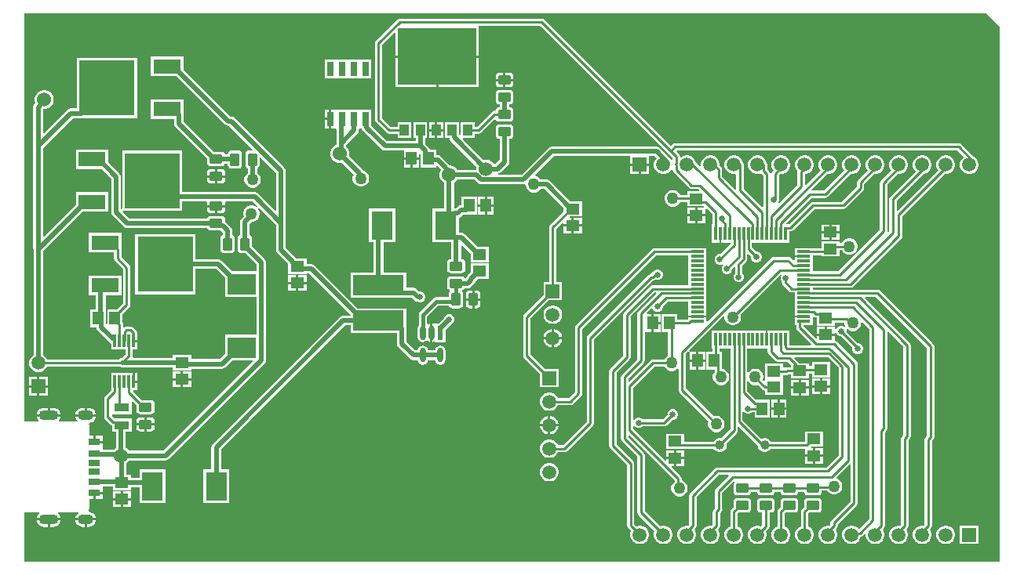
<source format=gtl>
G04*
G04 #@! TF.GenerationSoftware,Altium Limited,Altium Designer,22.0.2 (36)*
G04*
G04 Layer_Physical_Order=1*
G04 Layer_Color=255*
%FSLAX25Y25*%
%MOIN*%
G70*
G04*
G04 #@! TF.SameCoordinates,42502384-103D-4A38-82C6-637D6536F92D*
G04*
G04*
G04 #@! TF.FilePolarity,Positive*
G04*
G01*
G75*
%ADD14C,0.01000*%
%ADD16C,0.06000*%
%ADD17R,0.04724X0.02756*%
%ADD18R,0.04724X0.02992*%
%ADD19R,0.04724X0.03150*%
%ADD20R,0.05807X0.01181*%
%ADD21R,0.01181X0.05807*%
%ADD22R,0.02410X0.06062*%
G04:AMPARAMS|DCode=23|XSize=60.62mil|YSize=24.1mil|CornerRadius=12.05mil|HoleSize=0mil|Usage=FLASHONLY|Rotation=270.000|XOffset=0mil|YOffset=0mil|HoleType=Round|Shape=RoundedRectangle|*
%AMROUNDEDRECTD23*
21,1,0.06062,0.00000,0,0,270.0*
21,1,0.03652,0.02410,0,0,270.0*
1,1,0.02410,0.00000,-0.01826*
1,1,0.02410,0.00000,0.01826*
1,1,0.02410,0.00000,0.01826*
1,1,0.02410,0.00000,-0.01826*
%
%ADD23ROUNDEDRECTD23*%
%ADD24R,0.05709X0.04528*%
G04:AMPARAMS|DCode=25|XSize=39.37mil|YSize=55.91mil|CornerRadius=4.92mil|HoleSize=0mil|Usage=FLASHONLY|Rotation=90.000|XOffset=0mil|YOffset=0mil|HoleType=Round|Shape=RoundedRectangle|*
%AMROUNDEDRECTD25*
21,1,0.03937,0.04606,0,0,90.0*
21,1,0.02953,0.05591,0,0,90.0*
1,1,0.00984,0.02303,0.01476*
1,1,0.00984,0.02303,-0.01476*
1,1,0.00984,-0.02303,-0.01476*
1,1,0.00984,-0.02303,0.01476*
%
%ADD25ROUNDEDRECTD25*%
G04:AMPARAMS|DCode=26|XSize=39.37mil|YSize=55.91mil|CornerRadius=4.92mil|HoleSize=0mil|Usage=FLASHONLY|Rotation=0.000|XOffset=0mil|YOffset=0mil|HoleType=Round|Shape=RoundedRectangle|*
%AMROUNDEDRECTD26*
21,1,0.03937,0.04606,0,0,0.0*
21,1,0.02953,0.05591,0,0,0.0*
1,1,0.00984,0.01476,-0.02303*
1,1,0.00984,-0.01476,-0.02303*
1,1,0.00984,-0.01476,0.02303*
1,1,0.00984,0.01476,0.02303*
%
%ADD26ROUNDEDRECTD26*%
%ADD27R,0.11811X0.06299*%
%ADD28R,0.23622X0.23622*%
%ADD29R,0.01181X0.05512*%
%ADD30R,0.21700X0.08500*%
%ADD31R,0.09016X0.12284*%
%ADD32R,0.06102X0.03740*%
%ADD33R,0.12284X0.09016*%
%ADD34R,0.04528X0.05709*%
%ADD35R,0.02756X0.06004*%
%ADD36R,0.05787X0.04724*%
%ADD41R,0.33268X0.24000*%
%ADD42R,0.03937X0.04724*%
%ADD64C,0.02000*%
%ADD65C,0.01968*%
%ADD66C,0.01500*%
%ADD67O,0.06693X0.04331*%
%ADD68O,0.08268X0.04331*%
%ADD69R,0.05906X0.05906*%
%ADD70C,0.05906*%
%ADD71R,0.05906X0.05906*%
%ADD72C,0.03965*%
%ADD73C,0.05000*%
%ADD74C,0.02500*%
G36*
X415793Y229043D02*
Y1529D01*
X1529D01*
Y22471D01*
X7888D01*
X8057Y21971D01*
X7615Y21632D01*
X7108Y20970D01*
X6789Y20200D01*
X6746Y19874D01*
X16937D01*
X16894Y20200D01*
X16575Y20970D01*
X16068Y21632D01*
X15626Y21971D01*
X15796Y22471D01*
X24423D01*
X24593Y21971D01*
X24151Y21632D01*
X23643Y20970D01*
X23325Y20200D01*
X23282Y19874D01*
X31898D01*
X31855Y20200D01*
X31536Y20970D01*
X31028Y21632D01*
X30367Y22139D01*
X29597Y22458D01*
X28891Y22551D01*
X28837Y22615D01*
X28718Y22858D01*
X28680Y23067D01*
X28913Y23415D01*
X29029Y24000D01*
Y28098D01*
X30830D01*
Y30673D01*
X31330D01*
Y31173D01*
X34692D01*
Y33240D01*
X39146D01*
Y31780D01*
X46854D01*
Y33004D01*
X50488D01*
Y26358D01*
X61504D01*
Y40642D01*
X50488D01*
Y37082D01*
X46854D01*
Y38307D01*
X44789D01*
Y43203D01*
X44956Y43299D01*
X45701Y44044D01*
X45941Y44461D01*
X61482D01*
X62262Y44616D01*
X62924Y45058D01*
X103584Y85718D01*
X104026Y86379D01*
X104181Y87160D01*
Y128713D01*
X104026Y129493D01*
X103584Y130155D01*
X98179Y135559D01*
Y138803D01*
X98063Y139385D01*
X97733Y139879D01*
X97240Y140209D01*
X97220Y140213D01*
Y145025D01*
X98196Y146000D01*
X98461D01*
X99351Y146239D01*
X100149Y146699D01*
X100801Y147351D01*
X101261Y148149D01*
X101500Y149039D01*
Y149961D01*
X101261Y150851D01*
X100801Y151649D01*
X101167Y151972D01*
X108477Y144662D01*
Y134043D01*
X108631Y133269D01*
X109069Y132613D01*
X113646Y128036D01*
Y123779D01*
X121354D01*
Y123923D01*
X122516D01*
X140016Y106423D01*
X139826Y105923D01*
X136900D01*
X136126Y105769D01*
X135469Y105331D01*
X81573Y51434D01*
X81135Y50778D01*
X80981Y50004D01*
Y40642D01*
X77496D01*
Y26358D01*
X88512D01*
Y40642D01*
X85027D01*
Y49166D01*
X137738Y101877D01*
X140150D01*
Y98650D01*
X159827D01*
Y94050D01*
X159981Y93276D01*
X160419Y92619D01*
X165255Y87784D01*
X165911Y87345D01*
X166685Y87191D01*
X168551D01*
X168683Y86528D01*
X169170Y85799D01*
X169899Y85312D01*
X170760Y85140D01*
X171620Y85312D01*
X172350Y85799D01*
X172837Y86528D01*
X172969Y87191D01*
X176031D01*
X176163Y86528D01*
X176651Y85799D01*
X177380Y85312D01*
X178240Y85140D01*
X179101Y85312D01*
X179830Y85799D01*
X180317Y86528D01*
X180488Y87389D01*
Y91040D01*
X180317Y91901D01*
X179830Y92630D01*
X179101Y93118D01*
X178240Y93289D01*
X177380Y93118D01*
X176651Y92630D01*
X176163Y91901D01*
X176031Y91238D01*
X172969D01*
X172837Y91901D01*
X172350Y92630D01*
X171620Y93118D01*
X170760Y93289D01*
X169899Y93118D01*
X169170Y92630D01*
X168683Y91901D01*
X168551Y91238D01*
X167524D01*
X163873Y94888D01*
Y100650D01*
X163850Y100766D01*
Y109150D01*
X143011D01*
X124785Y127376D01*
X124128Y127815D01*
X123354Y127969D01*
X121354D01*
Y130307D01*
X117090D01*
X117076Y130328D01*
X112523Y134881D01*
Y145500D01*
Y167666D01*
X112369Y168440D01*
X111931Y169097D01*
X90811Y190216D01*
X90154Y190655D01*
X89380Y190809D01*
X89095D01*
X69138Y210767D01*
Y216205D01*
X55326D01*
Y207906D01*
X66276D01*
X86827Y187355D01*
X87483Y186917D01*
X88257Y186763D01*
X88542D01*
X98519Y176786D01*
X98327Y176324D01*
X96886D01*
X96304Y176209D01*
X95810Y175879D01*
X95480Y175385D01*
X95364Y174803D01*
Y170197D01*
X95480Y169615D01*
X95810Y169121D01*
X96304Y168791D01*
X96392Y168774D01*
Y166824D01*
X96351Y166801D01*
X95699Y166149D01*
X95239Y165351D01*
X95000Y164461D01*
Y163539D01*
X95239Y162649D01*
X95699Y161851D01*
X96351Y161199D01*
X97149Y160739D01*
X98039Y160500D01*
X98961D01*
X99851Y160739D01*
X100649Y161199D01*
X101301Y161851D01*
X101761Y162649D01*
X102000Y163539D01*
Y164461D01*
X101761Y165351D01*
X101301Y166149D01*
X100649Y166801D01*
X100470Y166904D01*
Y168824D01*
X100914Y169121D01*
X101244Y169615D01*
X101360Y170197D01*
Y173292D01*
X101822Y173483D01*
X108477Y166828D01*
Y151038D01*
X108015Y150846D01*
X100781Y158080D01*
X100125Y158519D01*
X99350Y158673D01*
X68669D01*
Y176311D01*
X43047D01*
Y151637D01*
X42547Y151370D01*
X42539Y151375D01*
Y165079D01*
X42384Y165859D01*
X41942Y166521D01*
X37174Y171289D01*
Y176705D01*
X23362D01*
Y168405D01*
X34290D01*
X38461Y164234D01*
Y150000D01*
X38616Y149220D01*
X39058Y148558D01*
X43739Y143877D01*
X44401Y143435D01*
X45181Y143280D01*
X79287D01*
X79291Y143260D01*
X79621Y142767D01*
X80115Y142437D01*
X80697Y142321D01*
X83918D01*
X83969Y142311D01*
X84919D01*
X85780Y141451D01*
Y140213D01*
X85760Y140209D01*
X85267Y139879D01*
X84937Y139385D01*
X84821Y138803D01*
Y134197D01*
X84937Y133615D01*
X85267Y133121D01*
X85760Y132791D01*
X86343Y132676D01*
X89295D01*
X89877Y132791D01*
X90371Y133121D01*
X90701Y133615D01*
X90817Y134197D01*
Y138803D01*
X90701Y139385D01*
X90371Y139879D01*
X89877Y140209D01*
X89858Y140213D01*
Y142295D01*
X89703Y143076D01*
X89261Y143737D01*
X89261Y143737D01*
X87206Y145792D01*
X86825Y146047D01*
Y146795D01*
X86709Y147378D01*
X86379Y147871D01*
X85885Y148201D01*
X85303Y148317D01*
X80697D01*
X80115Y148201D01*
X79621Y147871D01*
X79291Y147378D01*
X79287Y147358D01*
X46026D01*
X43195Y150189D01*
X43402Y150689D01*
X68669D01*
Y154627D01*
X78875D01*
X79192Y154240D01*
X79176Y154157D01*
Y153181D01*
X83000D01*
X86825D01*
Y154157D01*
X86808Y154240D01*
X87125Y154627D01*
X98512D01*
X100472Y152667D01*
X100149Y152301D01*
X99351Y152761D01*
X98461Y153000D01*
X97539D01*
X96649Y152761D01*
X95851Y152301D01*
X95199Y151649D01*
X94739Y150851D01*
X94500Y149961D01*
Y149039D01*
X94704Y148276D01*
X93739Y147311D01*
X93297Y146650D01*
X93142Y145869D01*
Y140213D01*
X93123Y140209D01*
X92629Y139879D01*
X92299Y139385D01*
X92183Y138803D01*
Y134197D01*
X92299Y133615D01*
X92629Y133121D01*
X93123Y132791D01*
X93705Y132676D01*
X95295D01*
X100102Y127868D01*
Y125012D01*
X89742D01*
X85312Y129442D01*
X84650Y129884D01*
X83870Y130039D01*
X74169D01*
Y140811D01*
X48547D01*
Y115189D01*
X74169D01*
Y125961D01*
X83025D01*
X86858Y122128D01*
Y113996D01*
X100102D01*
Y98004D01*
X86858D01*
Y89872D01*
X84525Y87539D01*
X72354D01*
Y89350D01*
X64646D01*
Y88126D01*
X47744D01*
X47379Y88626D01*
X47435Y88906D01*
Y91567D01*
X49465D01*
Y94823D01*
X47874D01*
Y95823D01*
X49465D01*
Y99079D01*
X49256D01*
X49196Y99377D01*
X48865Y99873D01*
X47656Y101081D01*
X47160Y101413D01*
X46575Y101529D01*
X45000D01*
X44415Y101413D01*
X43998Y101135D01*
X43498Y101283D01*
Y102441D01*
X43382Y103026D01*
X43264Y103202D01*
Y106692D01*
X46081Y109509D01*
X46413Y110005D01*
X46529Y110591D01*
Y126500D01*
X46413Y127085D01*
X46081Y127581D01*
X42703Y130960D01*
Y134406D01*
X42674Y134553D01*
Y141205D01*
X28863D01*
Y132905D01*
X39644D01*
Y130326D01*
X39761Y129741D01*
X40092Y129245D01*
X43471Y125866D01*
Y111224D01*
X41101Y108854D01*
X36736D01*
Y102704D01*
X36236Y102436D01*
X36216Y102450D01*
Y103736D01*
X36177Y103933D01*
Y108854D01*
X36041D01*
Y114795D01*
X42674D01*
Y123094D01*
X28863D01*
Y114795D01*
X31963D01*
Y108854D01*
X29650D01*
Y101146D01*
X32138D01*
X32293Y100365D01*
X32735Y99704D01*
X37969Y94469D01*
X38409Y94175D01*
Y91567D01*
X44376D01*
Y89539D01*
X42932Y88095D01*
X42306Y87971D01*
X41646Y87529D01*
X11181D01*
X10663Y88427D01*
X9927Y89163D01*
X9539Y89387D01*
Y133588D01*
X26246Y150295D01*
X37174D01*
Y158595D01*
X23362D01*
Y153179D01*
X9851Y139668D01*
X9390Y139860D01*
Y177364D01*
X22176Y190150D01*
X25831D01*
X26028Y190189D01*
X49453D01*
Y215811D01*
X23831D01*
Y194228D01*
X21331D01*
X20551Y194073D01*
X19889Y193631D01*
X9851Y183593D01*
X9390Y183785D01*
Y193523D01*
X9473Y194000D01*
X10527D01*
X11544Y194273D01*
X12456Y194799D01*
X13201Y195544D01*
X13727Y196456D01*
X14000Y197473D01*
Y198527D01*
X13727Y199544D01*
X13201Y200456D01*
X12456Y201201D01*
X11544Y201727D01*
X10527Y202000D01*
X9473D01*
X8456Y201727D01*
X7544Y201201D01*
X6799Y200456D01*
X6273Y199544D01*
X6000Y198527D01*
Y197473D01*
X6235Y196597D01*
X5909Y196270D01*
X5466Y195609D01*
X5311Y194828D01*
Y178208D01*
Y134650D01*
X5461Y133897D01*
Y89387D01*
X5073Y89163D01*
X4337Y88427D01*
X3817Y87526D01*
X3547Y86520D01*
Y85480D01*
X3817Y84474D01*
X4337Y83573D01*
X5073Y82837D01*
X5974Y82317D01*
X6980Y82047D01*
X8020D01*
X9026Y82317D01*
X9927Y82837D01*
X10663Y83573D01*
X11181Y84471D01*
X41905D01*
X42306Y84203D01*
X43087Y84047D01*
X64646D01*
Y82823D01*
X72354D01*
Y83461D01*
X85370D01*
X86150Y83616D01*
X86812Y84058D01*
X89742Y86988D01*
X98433D01*
X98624Y86526D01*
X60637Y48539D01*
X45941D01*
X45701Y48956D01*
X44956Y49701D01*
X44539Y49942D01*
Y56650D01*
X47051D01*
Y62390D01*
X39773D01*
X38683Y63480D01*
X38755Y64040D01*
X38949Y64130D01*
X47051D01*
Y69433D01*
X47551Y69640D01*
X49176Y68016D01*
Y65705D01*
X49291Y65122D01*
X49621Y64629D01*
X50115Y64299D01*
X50697Y64183D01*
X55303D01*
X55885Y64299D01*
X56379Y64629D01*
X56709Y65122D01*
X56824Y65705D01*
Y68657D01*
X56709Y69240D01*
X56379Y69733D01*
X55885Y70063D01*
X55303Y70179D01*
X51338D01*
X47773Y73744D01*
X47980Y74244D01*
X49465D01*
Y77500D01*
X47874D01*
Y78000D01*
X47496D01*
Y81756D01*
X38409D01*
Y74316D01*
X35919Y71825D01*
X35587Y71329D01*
X35471Y70744D01*
Y63000D01*
X35587Y62415D01*
X35919Y61919D01*
X38137Y59700D01*
X38634Y59368D01*
X38949Y59306D01*
Y56650D01*
X40461D01*
Y49942D01*
X40044Y49701D01*
X39375Y49031D01*
X34692D01*
Y51827D01*
X31330D01*
Y52327D01*
X30830D01*
Y54902D01*
X29029D01*
Y59500D01*
X28940Y59951D01*
X29142Y60371D01*
X29240Y60495D01*
X29597Y60542D01*
X30367Y60861D01*
X31028Y61368D01*
X31536Y62030D01*
X31855Y62800D01*
X31898Y63126D01*
X23282D01*
X23325Y62800D01*
X23643Y62030D01*
X24027Y61529D01*
X23814Y61029D01*
X16404D01*
X16191Y61529D01*
X16575Y62030D01*
X16894Y62800D01*
X16937Y63126D01*
X6746D01*
X6789Y62800D01*
X7108Y62030D01*
X7492Y61529D01*
X7279Y61029D01*
X1529D01*
Y234691D01*
X410145D01*
X415793Y229043D01*
D02*
G37*
%LPC*%
G36*
X144122Y215179D02*
X143622Y215179D01*
X139378D01*
X139122Y215179D01*
X138622Y215179D01*
X134378D01*
X134122Y215179D01*
X133622Y215179D01*
X129122D01*
Y207175D01*
X133622D01*
X133878Y207175D01*
X134378Y207175D01*
X138622D01*
X138878Y207175D01*
X139378Y207175D01*
X143622D01*
X143878Y207175D01*
X144378Y207175D01*
X148878D01*
Y215179D01*
X144378D01*
X144122Y215179D01*
D02*
G37*
G36*
X207803Y209360D02*
X206000D01*
Y206862D01*
X209325D01*
Y207839D01*
X209209Y208421D01*
X208879Y208914D01*
X208385Y209244D01*
X207803Y209360D01*
D02*
G37*
G36*
X205000D02*
X203197D01*
X202615Y209244D01*
X202121Y208914D01*
X201791Y208421D01*
X201676Y207839D01*
Y206862D01*
X205000D01*
Y209360D01*
D02*
G37*
G36*
X209325Y205862D02*
X206000D01*
Y203364D01*
X207803D01*
X208385Y203480D01*
X208879Y203810D01*
X209209Y204304D01*
X209325Y204886D01*
Y205862D01*
D02*
G37*
G36*
X205000D02*
X201676D01*
Y204886D01*
X201791Y204304D01*
X202121Y203810D01*
X202615Y203480D01*
X203197Y203364D01*
X205000D01*
Y205862D01*
D02*
G37*
G36*
X194520Y215839D02*
X177386D01*
Y203339D01*
X194520D01*
Y215839D01*
D02*
G37*
G36*
X176386D02*
X159252D01*
Y203339D01*
X176386D01*
Y215839D01*
D02*
G37*
G36*
X131000Y193825D02*
X129122D01*
Y190323D01*
X131000D01*
Y193825D01*
D02*
G37*
G36*
X221297Y232529D02*
X161086D01*
X160501Y232413D01*
X160004Y232081D01*
X150919Y222996D01*
X150587Y222499D01*
X150471Y221914D01*
Y189500D01*
X150587Y188915D01*
X150919Y188419D01*
X155419Y183919D01*
X155915Y183587D01*
X156500Y183471D01*
X160031D01*
Y181638D01*
X165969D01*
Y188362D01*
X160031D01*
Y186529D01*
X157133D01*
X153529Y190134D01*
Y221281D01*
X158790Y226541D01*
X159252Y226350D01*
Y216839D01*
X194520D01*
Y229339D01*
X194965Y229471D01*
X220664D01*
X275067Y175067D01*
X276971Y173164D01*
Y172551D01*
X276471Y172399D01*
X276442Y172442D01*
X271489Y177395D01*
X270828Y177837D01*
X270047Y177992D01*
X225589D01*
X225589Y177992D01*
X224808Y177837D01*
X224147Y177395D01*
X224147Y177395D01*
X212791Y166039D01*
X202943D01*
X202894Y166539D01*
X203280Y166616D01*
X203942Y167058D01*
X206942Y170058D01*
X207384Y170720D01*
X207539Y171500D01*
Y181321D01*
X207803D01*
X208385Y181437D01*
X208879Y181767D01*
X209209Y182260D01*
X209325Y182843D01*
Y185795D01*
X209209Y186378D01*
X208879Y186871D01*
X208385Y187201D01*
X207803Y187317D01*
X203197D01*
X202615Y187201D01*
X202121Y186871D01*
X201791Y186378D01*
X201676Y185795D01*
Y182843D01*
X201791Y182260D01*
X202121Y181767D01*
X202615Y181437D01*
X203197Y181321D01*
X203461D01*
Y172345D01*
X201655Y170539D01*
X200941D01*
X200701Y170956D01*
X199956Y171701D01*
X199044Y172227D01*
X198027Y172500D01*
X196973D01*
X196508Y172375D01*
X187708Y181176D01*
X187899Y181638D01*
X192740D01*
Y183471D01*
X194500D01*
X195085Y183587D01*
X195581Y183919D01*
X201314Y189652D01*
X201872Y189502D01*
X202121Y189129D01*
X202615Y188799D01*
X203197Y188683D01*
X207803D01*
X208385Y188799D01*
X208879Y189129D01*
X209209Y189622D01*
X209325Y190205D01*
Y193157D01*
X209209Y193740D01*
X208879Y194233D01*
X208385Y194563D01*
X207803Y194679D01*
X207539D01*
Y196002D01*
X207803D01*
X208385Y196118D01*
X208879Y196448D01*
X209209Y196941D01*
X209325Y197524D01*
Y200476D01*
X209209Y201059D01*
X208879Y201552D01*
X208385Y201882D01*
X207803Y201998D01*
X203197D01*
X202615Y201882D01*
X202121Y201552D01*
X201791Y201059D01*
X201676Y200476D01*
Y197524D01*
X201791Y196941D01*
X202121Y196448D01*
X202615Y196118D01*
X203197Y196002D01*
X203461D01*
Y194679D01*
X203197D01*
X202615Y194563D01*
X202121Y194233D01*
X201791Y193740D01*
X201686Y193210D01*
X201181D01*
X200596Y193094D01*
X200100Y192762D01*
X193867Y186529D01*
X192740D01*
Y188362D01*
X186803D01*
Y183018D01*
X186303Y182773D01*
X186086Y182941D01*
Y184031D01*
X186047Y184229D01*
Y188362D01*
X180110D01*
Y181638D01*
X182071D01*
X182163Y181172D01*
X182605Y180511D01*
X193625Y169492D01*
X193500Y169027D01*
Y168039D01*
X185442D01*
X185201Y168456D01*
X184456Y169201D01*
X183544Y169727D01*
X182527Y170000D01*
X182302D01*
X181987Y170472D01*
X178621Y173838D01*
X177959Y174280D01*
X177179Y174436D01*
X176350D01*
Y176854D01*
X173754D01*
X173707Y177091D01*
X173265Y177753D01*
X171846Y179171D01*
Y181638D01*
X172661D01*
Y188362D01*
X166724D01*
Y181638D01*
X167768D01*
Y180366D01*
X155518D01*
X148917Y186967D01*
Y189445D01*
X148917Y189445D01*
X148878Y189642D01*
Y193825D01*
X144378D01*
X144122Y193825D01*
X143622Y193825D01*
X139122D01*
Y193825D01*
X138878D01*
Y193825D01*
X134378D01*
X134122Y193825D01*
X133622Y193825D01*
X132000D01*
Y189823D01*
Y185821D01*
X133583D01*
X133878Y185821D01*
X134083Y185406D01*
Y178761D01*
X133956Y178727D01*
X133044Y178201D01*
X132299Y177456D01*
X131773Y176544D01*
X131500Y175527D01*
Y174473D01*
X131773Y173456D01*
X132299Y172544D01*
X133044Y171799D01*
X133956Y171273D01*
X134973Y171000D01*
X136027D01*
X136492Y171125D01*
X141431Y166185D01*
X141238Y165851D01*
X141000Y164961D01*
Y164039D01*
X141238Y163149D01*
X141699Y162351D01*
X142351Y161699D01*
X143149Y161239D01*
X144039Y161000D01*
X144961D01*
X145851Y161239D01*
X146649Y161699D01*
X147301Y162351D01*
X147761Y163149D01*
X148000Y164039D01*
Y164961D01*
X147761Y165851D01*
X147301Y166649D01*
X146649Y167301D01*
X145851Y167762D01*
X145470Y167864D01*
X145368Y168016D01*
X139375Y174008D01*
X139500Y174473D01*
Y175527D01*
X139227Y176544D01*
X138701Y177456D01*
X138161Y177996D01*
Y178655D01*
X142942Y183436D01*
X143384Y184098D01*
X143539Y184878D01*
Y185482D01*
X143878Y185821D01*
X144378Y185821D01*
X144899D01*
X144994Y185342D01*
X145436Y184680D01*
X153231Y176885D01*
X153893Y176443D01*
X154673Y176288D01*
X162736D01*
Y173500D01*
X169264D01*
Y174753D01*
X169764Y175020D01*
X169784Y175007D01*
Y174264D01*
X169823Y174067D01*
Y169146D01*
X176350D01*
Y169688D01*
X176812Y169879D01*
X178593Y168099D01*
X178273Y167544D01*
X178000Y166527D01*
Y165473D01*
X178273Y164456D01*
X178799Y163544D01*
X179544Y162799D01*
X179961Y162558D01*
Y151642D01*
X174996D01*
Y137358D01*
X182961D01*
Y130179D01*
X182697D01*
X182115Y130063D01*
X181621Y129733D01*
X181291Y129240D01*
X181175Y128657D01*
Y125705D01*
X181291Y125122D01*
X181621Y124629D01*
X182115Y124299D01*
X182697Y124183D01*
X187303D01*
X187885Y124299D01*
X188379Y124629D01*
X188709Y125122D01*
X188824Y125705D01*
Y128657D01*
X188709Y129240D01*
X188379Y129733D01*
X187885Y130063D01*
X187303Y130179D01*
X187039D01*
Y135876D01*
X187501Y136068D01*
X191146Y132423D01*
Y128779D01*
X198854D01*
Y135307D01*
X194029D01*
X188536Y140800D01*
X187875Y141242D01*
X187094Y141398D01*
X186012D01*
Y147675D01*
X186426Y147758D01*
X187088Y148200D01*
X187994Y149107D01*
X189193D01*
X189390Y149146D01*
X193720D01*
Y156854D01*
X187193D01*
Y153185D01*
X187150D01*
X186369Y153030D01*
X185708Y152588D01*
X184801Y151681D01*
X184039D01*
Y162558D01*
X184456Y162799D01*
X185201Y163544D01*
X185442Y163961D01*
X192791D01*
X194194Y162558D01*
X194856Y162116D01*
X195636Y161961D01*
X213636D01*
X214000Y162033D01*
X214500Y161623D01*
Y161539D01*
X214738Y160649D01*
X215199Y159851D01*
X215851Y159199D01*
X216649Y158739D01*
X217539Y158500D01*
X218461D01*
X219351Y158739D01*
X220149Y159199D01*
X220801Y159851D01*
X220812Y159870D01*
X222655D01*
X230646Y151880D01*
Y150399D01*
X224919Y144672D01*
X224587Y144176D01*
X224471Y143591D01*
Y120453D01*
X222047D01*
Y114710D01*
X213919Y106581D01*
X213587Y106085D01*
X213471Y105500D01*
Y89000D01*
X213587Y88415D01*
X213919Y87919D01*
X220547Y81290D01*
Y75547D01*
X228453D01*
Y83453D01*
X222710D01*
X216529Y89634D01*
Y104867D01*
X224210Y112547D01*
X229953D01*
Y120453D01*
X227529D01*
Y142957D01*
X230184Y145611D01*
X230646Y145420D01*
Y144913D01*
X234000D01*
Y147677D01*
X233440D01*
X233173Y148177D01*
X233212Y148236D01*
X238354D01*
Y154764D01*
X233529D01*
X224942Y163351D01*
X224280Y163793D01*
X223500Y163949D01*
X220916D01*
X220801Y164149D01*
X220149Y164801D01*
X219351Y165261D01*
X218671Y165444D01*
X218490Y165970D01*
X226433Y173914D01*
X258984D01*
Y170803D01*
X266890D01*
Y173914D01*
X269203D01*
X270080Y173036D01*
X269774Y172730D01*
X269254Y171829D01*
X268984Y170824D01*
Y169783D01*
X269254Y168777D01*
X269774Y167876D01*
X270510Y167140D01*
X271411Y166620D01*
X272417Y166350D01*
X273457D01*
X274463Y166620D01*
X275364Y167140D01*
X276100Y167876D01*
X276471Y168518D01*
X276971Y168384D01*
Y168000D01*
X277087Y167415D01*
X277418Y166919D01*
X277711Y166626D01*
X277712Y166626D01*
X283919Y160419D01*
X284415Y160087D01*
X285000Y159971D01*
X287866D01*
X288285Y159552D01*
X288094Y159090D01*
X283146D01*
Y157529D01*
X280158D01*
X279801Y158149D01*
X279149Y158801D01*
X278351Y159262D01*
X277461Y159500D01*
X276539D01*
X275649Y159262D01*
X274851Y158801D01*
X274199Y158149D01*
X273739Y157351D01*
X273500Y156461D01*
Y155539D01*
X273739Y154649D01*
X274199Y153851D01*
X274851Y153199D01*
X275649Y152738D01*
X276539Y152500D01*
X277461D01*
X278351Y152738D01*
X279149Y153199D01*
X279801Y153851D01*
X280158Y154471D01*
X283146D01*
Y152562D01*
X290053D01*
X290093Y152503D01*
X289825Y152003D01*
X287500D01*
Y149240D01*
X290854D01*
Y151512D01*
X291354Y151719D01*
X293707Y149366D01*
Y144994D01*
X293646D01*
Y137187D01*
X296827D01*
Y141091D01*
X297571D01*
X297583Y141033D01*
Y137187D01*
X301444D01*
X301524Y136687D01*
X297087Y132250D01*
X296552D01*
X295725Y131907D01*
X295093Y131274D01*
X294750Y130448D01*
Y129552D01*
X295093Y128726D01*
X295725Y128093D01*
X296552Y127750D01*
X297448D01*
X298153Y128042D01*
X298436Y127618D01*
X298093Y127275D01*
X297750Y126448D01*
Y125552D01*
X298093Y124725D01*
X298726Y124092D01*
X299552Y123750D01*
X300448D01*
X301274Y124092D01*
X301907Y124725D01*
X302250Y125552D01*
Y126087D01*
X303009Y126846D01*
X303471Y126654D01*
Y124153D01*
X303093Y123775D01*
X302750Y122948D01*
Y122052D01*
X303093Y121226D01*
X303726Y120592D01*
X304552Y120250D01*
X305448D01*
X306275Y120592D01*
X306908Y121226D01*
X307250Y122052D01*
Y122948D01*
X306908Y123775D01*
X306529Y124153D01*
Y127449D01*
X308129Y129048D01*
X308460Y129544D01*
X308577Y130130D01*
Y132107D01*
X309039Y132299D01*
X310250Y131087D01*
Y130552D01*
X310593Y129726D01*
X311226Y129093D01*
X312052Y128750D01*
X312948D01*
X313774Y129093D01*
X314407Y129726D01*
X314750Y130552D01*
Y131448D01*
X314407Y132274D01*
X313774Y132907D01*
X312948Y133250D01*
X312413D01*
X310545Y135118D01*
Y137187D01*
X326354D01*
Y141965D01*
X326994D01*
X327579Y142081D01*
X328076Y142413D01*
X337134Y151471D01*
X349500D01*
X350085Y151587D01*
X350581Y151919D01*
X357862Y159199D01*
X358194Y159695D01*
X358310Y160281D01*
Y162147D01*
X362513Y166350D01*
X363457D01*
X364463Y166620D01*
X365364Y167140D01*
X366100Y167876D01*
X366620Y168777D01*
X366890Y169783D01*
Y170824D01*
X366620Y171829D01*
X366100Y172730D01*
X365364Y173466D01*
X364463Y173986D01*
X363457Y174256D01*
X362417D01*
X361411Y173986D01*
X360510Y173466D01*
X359774Y172730D01*
X359254Y171829D01*
X358984Y170824D01*
Y169783D01*
X359254Y168777D01*
X359752Y167915D01*
X355699Y163862D01*
X355368Y163366D01*
X355251Y162781D01*
Y160914D01*
X348867Y154529D01*
X336500D01*
X335915Y154413D01*
X335419Y154081D01*
X326361Y145024D01*
X325394D01*
X325186Y145524D01*
X335812Y156149D01*
X341678D01*
X342264Y156265D01*
X342760Y156597D01*
X352513Y166350D01*
X353457D01*
X354463Y166620D01*
X355364Y167140D01*
X356100Y167876D01*
X356620Y168777D01*
X356890Y169783D01*
Y170824D01*
X356620Y171829D01*
X356100Y172730D01*
X355364Y173466D01*
X354463Y173986D01*
X353457Y174256D01*
X352417D01*
X351411Y173986D01*
X350510Y173466D01*
X349774Y172730D01*
X349254Y171829D01*
X348984Y170824D01*
Y169783D01*
X349254Y168777D01*
X349752Y167915D01*
X341045Y159208D01*
X336024D01*
X335833Y159670D01*
X342513Y166350D01*
X343457D01*
X344463Y166620D01*
X345364Y167140D01*
X346100Y167876D01*
X346620Y168777D01*
X346890Y169783D01*
Y170824D01*
X346620Y171829D01*
X346100Y172730D01*
X345364Y173466D01*
X344463Y173986D01*
X343457Y174256D01*
X342417D01*
X341411Y173986D01*
X340510Y173466D01*
X339774Y172730D01*
X339254Y171829D01*
X338984Y170824D01*
Y169783D01*
X339254Y168777D01*
X339752Y167915D01*
X333491Y161654D01*
X333029Y161846D01*
Y166350D01*
X333457D01*
X334463Y166620D01*
X335364Y167140D01*
X336100Y167876D01*
X336620Y168777D01*
X336890Y169783D01*
Y170824D01*
X336620Y171829D01*
X336100Y172730D01*
X335364Y173466D01*
X334463Y173986D01*
X333457Y174256D01*
X332417D01*
X331411Y173986D01*
X330510Y173466D01*
X329774Y172730D01*
X329254Y171829D01*
X328984Y170824D01*
Y169783D01*
X329254Y168777D01*
X329774Y167876D01*
X330000Y167650D01*
X329971Y167500D01*
Y161634D01*
X322298Y153961D01*
X321907Y154226D01*
X322250Y155052D01*
Y155948D01*
X322029Y156480D01*
Y165866D01*
X322513Y166350D01*
X323457D01*
X324463Y166620D01*
X325364Y167140D01*
X326100Y167876D01*
X326620Y168777D01*
X326890Y169783D01*
Y170824D01*
X326620Y171829D01*
X326100Y172730D01*
X325364Y173466D01*
X324463Y173986D01*
X323457Y174256D01*
X322417D01*
X321411Y173986D01*
X320510Y173466D01*
X319774Y172730D01*
X319254Y171829D01*
X318984Y170824D01*
Y169783D01*
X319254Y168777D01*
X319752Y167915D01*
X319419Y167581D01*
X319087Y167085D01*
X318971Y166500D01*
Y158027D01*
X318919Y157996D01*
X318419Y158279D01*
Y166283D01*
X318303Y166868D01*
X317971Y167364D01*
X317029Y168306D01*
Y170500D01*
X316913Y171085D01*
X316757Y171318D01*
X316620Y171829D01*
X316100Y172730D01*
X315364Y173466D01*
X314463Y173986D01*
X313457Y174256D01*
X312417D01*
X311411Y173986D01*
X310510Y173466D01*
X309774Y172730D01*
X309254Y171829D01*
X308984Y170824D01*
Y169783D01*
X309254Y168777D01*
X309774Y167876D01*
X310510Y167140D01*
X311411Y166620D01*
X312417Y166350D01*
X313457D01*
X314409Y166605D01*
X314419Y166591D01*
X315360Y165649D01*
Y152456D01*
X314898Y152264D01*
X307029Y160134D01*
Y170500D01*
X306913Y171085D01*
X306757Y171318D01*
X306620Y171829D01*
X306100Y172730D01*
X305364Y173466D01*
X304463Y173986D01*
X303457Y174256D01*
X302417D01*
X301411Y173986D01*
X300510Y173466D01*
X299774Y172730D01*
X299254Y171829D01*
X298984Y170824D01*
Y169783D01*
X299254Y168777D01*
X299774Y167876D01*
X300510Y167140D01*
X301411Y166620D01*
X302417Y166350D01*
X303457D01*
X303574Y166382D01*
X303971Y166077D01*
Y159899D01*
X303471Y159692D01*
X297968Y165195D01*
Y168234D01*
X297852Y168819D01*
X297520Y169315D01*
X296890Y169946D01*
Y170824D01*
X296620Y171829D01*
X296100Y172730D01*
X295364Y173466D01*
X294463Y173986D01*
X293457Y174256D01*
X292417D01*
X291411Y173986D01*
X290510Y173466D01*
X289774Y172730D01*
X289254Y171829D01*
X288984Y170824D01*
Y169783D01*
X289010Y169688D01*
X288561Y169429D01*
X286788Y171202D01*
X286620Y171829D01*
X286100Y172730D01*
X285364Y173466D01*
X284463Y173986D01*
X283457Y174256D01*
X282417D01*
X281411Y173986D01*
X280529Y173477D01*
X280264Y173542D01*
X280029Y173639D01*
Y173797D01*
X279913Y174382D01*
X279581Y174879D01*
X279289Y175171D01*
X279289Y175171D01*
X278388Y176073D01*
X278696Y176471D01*
X397867D01*
X400552Y173785D01*
X400510Y173466D01*
X399774Y172730D01*
X399254Y171829D01*
X398984Y170824D01*
Y169783D01*
X399254Y168777D01*
X399774Y167876D01*
X400510Y167140D01*
X401411Y166620D01*
X402417Y166350D01*
X403457D01*
X404463Y166620D01*
X405364Y167140D01*
X406100Y167876D01*
X406620Y168777D01*
X406890Y169783D01*
Y170824D01*
X406620Y171829D01*
X406100Y172730D01*
X405364Y173466D01*
X404968Y173695D01*
X399581Y179081D01*
X399085Y179413D01*
X398500Y179529D01*
X278000D01*
X277415Y179413D01*
X276919Y179081D01*
X276149Y178312D01*
X222379Y232081D01*
X221882Y232413D01*
X221297Y232529D01*
D02*
G37*
G36*
X131000Y189323D02*
X129122D01*
Y185821D01*
X131000D01*
Y189323D01*
D02*
G37*
G36*
X179354Y188362D02*
X176886D01*
Y185500D01*
X179354D01*
Y188362D01*
D02*
G37*
G36*
X175886D02*
X173417D01*
Y185500D01*
X175886D01*
Y188362D01*
D02*
G37*
G36*
X179354Y184500D02*
X176886D01*
Y181638D01*
X179354D01*
Y184500D01*
D02*
G37*
G36*
X175886D02*
X173417D01*
Y181638D01*
X175886D01*
Y184500D01*
D02*
G37*
G36*
X169264Y172500D02*
X166500D01*
Y169146D01*
X169264D01*
Y172500D01*
D02*
G37*
G36*
X165500D02*
X162736D01*
Y169146D01*
X165500D01*
Y172500D01*
D02*
G37*
G36*
X69138Y198094D02*
X55326D01*
Y189795D01*
X65098D01*
Y187717D01*
X65254Y186936D01*
X65696Y186275D01*
X79176Y172795D01*
Y171205D01*
X79291Y170623D01*
X79621Y170129D01*
X80115Y169799D01*
X80697Y169683D01*
X85303D01*
X85885Y169799D01*
X86379Y170129D01*
X86661Y170551D01*
X88002D01*
Y170197D01*
X88118Y169615D01*
X88448Y169121D01*
X88941Y168791D01*
X89524Y168675D01*
X92476D01*
X93059Y168791D01*
X93552Y169121D01*
X93882Y169615D01*
X93998Y170197D01*
Y174803D01*
X93882Y175385D01*
X93552Y175879D01*
X93059Y176209D01*
X92476Y176324D01*
X89524D01*
X88941Y176209D01*
X88448Y175879D01*
X88118Y175385D01*
X88002Y174803D01*
Y174630D01*
X86731D01*
X86709Y174740D01*
X86379Y175233D01*
X85885Y175563D01*
X85303Y175679D01*
X82059D01*
X69177Y188561D01*
Y191796D01*
X69138Y191992D01*
Y198094D01*
D02*
G37*
G36*
X266890Y169803D02*
X263437D01*
Y166350D01*
X266890D01*
Y169803D01*
D02*
G37*
G36*
X262437D02*
X258984D01*
Y166350D01*
X262437D01*
Y169803D01*
D02*
G37*
G36*
X85303Y168317D02*
X83500D01*
Y165819D01*
X86825D01*
Y166795D01*
X86709Y167377D01*
X86379Y167871D01*
X85885Y168201D01*
X85303Y168317D01*
D02*
G37*
G36*
X82500D02*
X80697D01*
X80115Y168201D01*
X79621Y167871D01*
X79291Y167377D01*
X79176Y166795D01*
Y165819D01*
X82500D01*
Y168317D01*
D02*
G37*
G36*
X86825Y164819D02*
X83500D01*
Y162321D01*
X85303D01*
X85885Y162437D01*
X86379Y162767D01*
X86709Y163260D01*
X86825Y163842D01*
Y164819D01*
D02*
G37*
G36*
X82500D02*
X79176D01*
Y163842D01*
X79291Y163260D01*
X79621Y162767D01*
X80115Y162437D01*
X80697Y162321D01*
X82500D01*
Y164819D01*
D02*
G37*
G36*
X200807Y156854D02*
X198043D01*
Y153500D01*
X200807D01*
Y156854D01*
D02*
G37*
G36*
X197043D02*
X194280D01*
Y153500D01*
X197043D01*
Y156854D01*
D02*
G37*
G36*
X393457Y174256D02*
X392417D01*
X391411Y173986D01*
X390510Y173466D01*
X389774Y172730D01*
X389254Y171829D01*
X388984Y170824D01*
Y169783D01*
X389254Y168777D01*
X389752Y167915D01*
X372491Y150654D01*
X372029Y150846D01*
Y154997D01*
X383383Y166350D01*
X383457D01*
X384463Y166620D01*
X385364Y167140D01*
X386100Y167876D01*
X386620Y168777D01*
X386890Y169783D01*
Y170824D01*
X386620Y171829D01*
X386100Y172730D01*
X385364Y173466D01*
X384463Y173986D01*
X383457Y174256D01*
X382417D01*
X381411Y173986D01*
X380510Y173466D01*
X379774Y172730D01*
X379254Y171829D01*
X378984Y170824D01*
Y169783D01*
X379254Y168777D01*
X379774Y167876D01*
X380178Y167472D01*
X369419Y156712D01*
X369087Y156216D01*
X368971Y155631D01*
Y142133D01*
X368465Y141628D01*
X368004Y141874D01*
X368029Y142000D01*
Y161866D01*
X372513Y166350D01*
X373457D01*
X374463Y166620D01*
X375364Y167140D01*
X376100Y167876D01*
X376620Y168777D01*
X376890Y169783D01*
Y170824D01*
X376620Y171829D01*
X376100Y172730D01*
X375364Y173466D01*
X374463Y173986D01*
X373457Y174256D01*
X372417D01*
X371411Y173986D01*
X370510Y173466D01*
X369774Y172730D01*
X369254Y171829D01*
X368984Y170824D01*
Y169783D01*
X369254Y168777D01*
X369752Y167915D01*
X365419Y163581D01*
X365087Y163085D01*
X364971Y162500D01*
Y142633D01*
X347288Y124951D01*
X336494D01*
Y127736D01*
Y131734D01*
X340146D01*
Y131236D01*
X347854D01*
Y133971D01*
X348842D01*
X349199Y133351D01*
X349851Y132699D01*
X350649Y132238D01*
X351539Y132000D01*
X352461D01*
X353351Y132238D01*
X354149Y132699D01*
X354801Y133351D01*
X355261Y134149D01*
X355500Y135039D01*
Y135961D01*
X355261Y136851D01*
X354801Y137649D01*
X354149Y138301D01*
X353351Y138761D01*
X352461Y139000D01*
X351539D01*
X350649Y138761D01*
X349851Y138301D01*
X349199Y137649D01*
X348842Y137029D01*
X347854D01*
Y137764D01*
X340146D01*
Y134793D01*
X336494D01*
Y134854D01*
X328687D01*
Y131673D01*
Y131673D01*
X332591D01*
Y130918D01*
X328687D01*
Y129629D01*
X328225Y129438D01*
X327081Y130581D01*
X326585Y130913D01*
X326000Y131029D01*
X320000D01*
X319415Y130913D01*
X318919Y130581D01*
X291775Y103438D01*
X291313Y103629D01*
Y105327D01*
X287409D01*
X283506D01*
Y104754D01*
X283419Y104696D01*
X283252Y104529D01*
X278807D01*
Y106854D01*
X272280D01*
Y99146D01*
X274971D01*
Y89158D01*
X274351Y88801D01*
X273699Y88149D01*
X273341Y87529D01*
X268500D01*
X267915Y87413D01*
X267419Y87081D01*
X258491Y78154D01*
X258029Y78346D01*
Y79242D01*
X264581Y85794D01*
X264913Y86290D01*
X265029Y86875D01*
Y98713D01*
X265193Y99146D01*
X267957D01*
Y103000D01*
Y106854D01*
X266171D01*
X265979Y107316D01*
X267857Y109194D01*
X268447Y109077D01*
X268593Y108726D01*
X269226Y108092D01*
X270052Y107750D01*
X270948D01*
X271775Y108092D01*
X272408Y108726D01*
X272750Y109552D01*
Y110087D01*
X274712Y112049D01*
X283506D01*
Y108051D01*
Y106082D01*
X287409D01*
X291313D01*
Y108051D01*
Y111988D01*
Y115925D01*
Y119862D01*
Y123799D01*
Y127736D01*
Y131673D01*
Y134854D01*
X283506D01*
Y134793D01*
X269264D01*
X268678Y134677D01*
X268182Y134345D01*
X235919Y102081D01*
X235587Y101585D01*
X235471Y101000D01*
Y73633D01*
X232867Y71029D01*
X228181D01*
X227663Y71927D01*
X226927Y72663D01*
X226026Y73183D01*
X225020Y73453D01*
X223980D01*
X222974Y73183D01*
X222073Y72663D01*
X221337Y71927D01*
X220817Y71026D01*
X220547Y70020D01*
Y68980D01*
X220817Y67974D01*
X221337Y67073D01*
X222073Y66337D01*
X222974Y65817D01*
X223980Y65547D01*
X225020D01*
X226026Y65817D01*
X226927Y66337D01*
X227663Y67073D01*
X228181Y67971D01*
X233500D01*
X234085Y68087D01*
X234581Y68419D01*
X238081Y71919D01*
X238413Y72415D01*
X238529Y73000D01*
Y100366D01*
X269897Y131734D01*
X283506D01*
Y127736D01*
Y123799D01*
Y119045D01*
X268516D01*
X267931Y118929D01*
X267434Y118597D01*
X256419Y107581D01*
X256087Y107085D01*
X255971Y106500D01*
Y89134D01*
X250419Y83581D01*
X250087Y83085D01*
X249971Y82500D01*
Y50668D01*
X250087Y50083D01*
X250419Y49586D01*
X257556Y42449D01*
Y16674D01*
X257673Y16089D01*
X258004Y15593D01*
X259253Y14344D01*
X258984Y13343D01*
Y12302D01*
X259254Y11297D01*
X259774Y10396D01*
X260510Y9660D01*
X261411Y9139D01*
X262417Y8870D01*
X263457D01*
X264463Y9139D01*
X265364Y9660D01*
X266100Y10396D01*
X266620Y11297D01*
X266890Y12302D01*
Y13343D01*
X266620Y14348D01*
X266100Y15250D01*
X265364Y15986D01*
X264463Y16506D01*
X263457Y16776D01*
X262417D01*
X261415Y16507D01*
X260615Y17308D01*
Y43082D01*
X260499Y43667D01*
X260167Y44164D01*
X253029Y51301D01*
Y81867D01*
X258581Y87419D01*
X258913Y87915D01*
X259029Y88500D01*
Y105867D01*
X269149Y115986D01*
X269670D01*
X269862Y115524D01*
X262419Y108081D01*
X262087Y107585D01*
X261971Y107000D01*
Y87508D01*
X255419Y80956D01*
X255087Y80460D01*
X254971Y79875D01*
Y53625D01*
X255087Y53040D01*
X255419Y52544D01*
X261971Y45992D01*
Y22260D01*
X262087Y21675D01*
X262419Y21178D01*
X269252Y14344D01*
X268984Y13343D01*
Y12302D01*
X269254Y11297D01*
X269774Y10396D01*
X270510Y9660D01*
X271411Y9139D01*
X272417Y8870D01*
X273457D01*
X274463Y9139D01*
X275364Y9660D01*
X276100Y10396D01*
X276620Y11297D01*
X276890Y12302D01*
Y13343D01*
X276620Y14348D01*
X276100Y15250D01*
X275364Y15986D01*
X274463Y16506D01*
X273457Y16776D01*
X272417D01*
X271415Y16507D01*
X265029Y22893D01*
Y46625D01*
X264913Y47210D01*
X264581Y47706D01*
X258029Y54259D01*
Y55154D01*
X258491Y55346D01*
X277711Y36126D01*
Y35506D01*
X277670Y35482D01*
X277018Y34830D01*
X276557Y34032D01*
X276319Y33142D01*
Y32220D01*
X276557Y31330D01*
X277018Y30532D01*
X277670Y29880D01*
X278468Y29420D01*
X279358Y29181D01*
X280280D01*
X281170Y29420D01*
X281968Y29880D01*
X282620Y30532D01*
X283080Y31330D01*
X283319Y32220D01*
Y33142D01*
X283080Y34032D01*
X282620Y34830D01*
X281968Y35482D01*
X281170Y35943D01*
X280770Y36050D01*
Y36759D01*
X280654Y37345D01*
X280322Y37841D01*
X276432Y41731D01*
X276623Y42193D01*
X277500D01*
Y44957D01*
X274146D01*
Y44671D01*
X273684Y44479D01*
X260029Y58134D01*
Y59279D01*
X260529Y59378D01*
X260593Y59225D01*
X261226Y58592D01*
X262052Y58250D01*
X262948D01*
X263774Y58592D01*
X264153Y58971D01*
X273312D01*
X273898Y59087D01*
X274394Y59419D01*
X276725Y61750D01*
X277448D01*
X278274Y62093D01*
X278907Y62726D01*
X279250Y63552D01*
Y64448D01*
X278907Y65275D01*
X278274Y65908D01*
X277448Y66250D01*
X276552D01*
X275726Y65908D01*
X275093Y65275D01*
X274750Y64448D01*
Y64100D01*
X272679Y62029D01*
X264153D01*
X263774Y62407D01*
X262948Y62750D01*
X262052D01*
X261226Y62407D01*
X260593Y61774D01*
X260529Y61622D01*
X260029Y61721D01*
Y75366D01*
X269133Y84471D01*
X273341D01*
X273699Y83851D01*
X274351Y83199D01*
X275149Y82739D01*
X276039Y82500D01*
X276961D01*
X277851Y82739D01*
X278649Y83199D01*
X278971Y83521D01*
X279471Y83314D01*
Y74500D01*
X279587Y73915D01*
X279919Y73419D01*
X292185Y61152D01*
X292000Y60461D01*
Y59539D01*
X292238Y58649D01*
X292699Y57851D01*
X293351Y57199D01*
X294149Y56739D01*
X295039Y56500D01*
X295961D01*
X296851Y56739D01*
X297649Y57199D01*
X298301Y57851D01*
X298762Y58649D01*
X299000Y59539D01*
Y60461D01*
X298762Y61351D01*
X298301Y62149D01*
X297649Y62801D01*
X296851Y63261D01*
X295961Y63500D01*
X295039D01*
X294348Y63315D01*
X282529Y75134D01*
Y89867D01*
X283817Y91154D01*
X284193Y90823D01*
X284193Y90367D01*
Y87500D01*
X286957D01*
Y90854D01*
X284692D01*
X284224Y90854D01*
X283893Y91230D01*
X298500Y105837D01*
X299000Y105630D01*
Y105039D01*
X299238Y104149D01*
X299699Y103351D01*
X300351Y102699D01*
X301149Y102239D01*
X302039Y102000D01*
X302961D01*
X303851Y102239D01*
X304649Y102699D01*
X305301Y103351D01*
X305762Y104149D01*
X306000Y105039D01*
Y105961D01*
X305815Y106652D01*
X322702Y123539D01*
X323093Y123275D01*
X322750Y122448D01*
Y121552D01*
X323093Y120726D01*
X323221Y120597D01*
Y120250D01*
X323337Y119665D01*
X323669Y119168D01*
X326403Y116434D01*
X326899Y116103D01*
X327484Y115986D01*
X328687D01*
Y113957D01*
Y110020D01*
Y106083D01*
Y106082D01*
X332591D01*
Y105327D01*
X328687D01*
Y102146D01*
X329471D01*
Y100879D01*
X329587Y100293D01*
X329919Y99797D01*
X335724Y93991D01*
X335533Y93529D01*
X326384D01*
Y95819D01*
X326354Y95967D01*
Y99813D01*
X317267D01*
Y95909D01*
X316512D01*
Y99813D01*
X293646D01*
Y92006D01*
X293707D01*
Y90854D01*
X291280D01*
Y83146D01*
X294778D01*
Y82275D01*
X294786Y82235D01*
X294699Y82149D01*
X294238Y81351D01*
X294000Y80461D01*
Y79539D01*
X294238Y78649D01*
X294699Y77851D01*
X295351Y77199D01*
X296149Y76739D01*
X297039Y76500D01*
X297961D01*
X298851Y76739D01*
X299649Y77199D01*
X300301Y77851D01*
X300762Y78649D01*
X301000Y79539D01*
Y80461D01*
X300762Y81351D01*
X300301Y82149D01*
X299649Y82801D01*
X298851Y83262D01*
X297961Y83500D01*
X297836D01*
Y85236D01*
X297807Y85384D01*
Y90854D01*
X296766D01*
Y92006D01*
X301581D01*
Y57850D01*
X297623Y53892D01*
X297286Y53982D01*
X296501D01*
X295743Y53779D01*
X295062Y53386D01*
X294507Y52831D01*
X294333Y52529D01*
X281854D01*
Y55807D01*
X274146D01*
Y49279D01*
X281854D01*
Y49471D01*
X294333D01*
X294507Y49169D01*
X295062Y48614D01*
X295743Y48221D01*
X296501Y48018D01*
X297286D01*
X298045Y48221D01*
X298725Y48614D01*
X299280Y49169D01*
X299673Y49849D01*
X299876Y50607D01*
Y51393D01*
X299786Y51729D01*
X304192Y56135D01*
X304523Y56631D01*
X304640Y57217D01*
Y58544D01*
X305102Y58736D01*
X313009Y50828D01*
X313124Y50751D01*
Y50607D01*
X313327Y49849D01*
X313720Y49169D01*
X314275Y48614D01*
X314955Y48221D01*
X315714Y48018D01*
X316499D01*
X317257Y48221D01*
X317937Y48614D01*
X318493Y49169D01*
X318667Y49471D01*
X333146D01*
Y46957D01*
X336500D01*
Y49720D01*
X335994D01*
X335727Y50221D01*
X335766Y50279D01*
X340854D01*
Y56807D01*
X333146D01*
Y52529D01*
X318667D01*
X318493Y52831D01*
X317937Y53386D01*
X317257Y53779D01*
X316499Y53982D01*
X315714D01*
X314955Y53779D01*
X314593Y53570D01*
X306608Y61555D01*
Y65088D01*
X307024Y65206D01*
X307108Y65210D01*
X307726Y64592D01*
X308552Y64250D01*
X309448D01*
X310275Y64592D01*
X310653Y64971D01*
X311693D01*
Y62646D01*
X318220D01*
Y70354D01*
X312309D01*
X308577Y74086D01*
Y77929D01*
X309077Y78063D01*
X309199Y77851D01*
X309851Y77199D01*
X310649Y76739D01*
X311539Y76500D01*
X312461D01*
X312999Y76644D01*
X315111Y74533D01*
X315607Y74201D01*
X316106Y74102D01*
Y72252D01*
X323894D01*
Y78976D01*
X323894D01*
Y79024D01*
X323894D01*
Y80856D01*
X325441D01*
X326026Y80973D01*
X326088Y81014D01*
X327146D01*
Y79280D01*
X334854D01*
Y81514D01*
X336146D01*
Y79779D01*
X343854D01*
Y86307D01*
X336146D01*
Y84573D01*
X334854D01*
Y85807D01*
X330765D01*
X330581Y86081D01*
X328654Y88009D01*
X328846Y88471D01*
X342866D01*
X347471Y83867D01*
Y46633D01*
X342367Y41529D01*
X296000D01*
X295415Y41413D01*
X294919Y41081D01*
X284419Y30581D01*
X284087Y30085D01*
X283971Y29500D01*
Y17190D01*
X283535Y16755D01*
X283457Y16776D01*
X282417D01*
X281411Y16506D01*
X280510Y15986D01*
X279774Y15250D01*
X279254Y14348D01*
X278984Y13343D01*
Y12302D01*
X279254Y11297D01*
X279774Y10396D01*
X280510Y9660D01*
X281411Y9139D01*
X282417Y8870D01*
X283457D01*
X284463Y9139D01*
X285364Y9660D01*
X286100Y10396D01*
X286620Y11297D01*
X286890Y12302D01*
Y13343D01*
X286620Y14348D01*
X286194Y15088D01*
X286581Y15475D01*
X286913Y15972D01*
X287029Y16557D01*
Y28866D01*
X296634Y38471D01*
X300654D01*
X300846Y38009D01*
X295333Y32496D01*
X295001Y31999D01*
X294885Y31414D01*
Y24095D01*
X294419Y23629D01*
X294087Y23133D01*
X293971Y22547D01*
Y17190D01*
X293535Y16755D01*
X293457Y16776D01*
X292417D01*
X291411Y16506D01*
X290510Y15986D01*
X289774Y15250D01*
X289254Y14348D01*
X288984Y13343D01*
Y12302D01*
X289254Y11297D01*
X289774Y10396D01*
X290510Y9660D01*
X291411Y9139D01*
X292417Y8870D01*
X293457D01*
X294463Y9139D01*
X295364Y9660D01*
X296100Y10396D01*
X296620Y11297D01*
X296890Y12302D01*
Y13343D01*
X296620Y14348D01*
X296194Y15088D01*
X296581Y15475D01*
X296913Y15972D01*
X297029Y16557D01*
Y21914D01*
X297581Y22466D01*
X297581Y22466D01*
X297913Y22962D01*
X298029Y23547D01*
X297944Y23979D01*
Y30781D01*
X302879Y35716D01*
X302926Y35705D01*
X303008Y35508D01*
X303068Y35154D01*
X302791Y34740D01*
X302676Y34157D01*
Y31205D01*
X302791Y30623D01*
X303121Y30129D01*
X303615Y29799D01*
X304197Y29683D01*
X308803D01*
X309385Y29799D01*
X309879Y30129D01*
X310209Y30623D01*
X310314Y31152D01*
X312686D01*
X312791Y30623D01*
X313121Y30129D01*
X313615Y29799D01*
X314197Y29683D01*
X318803D01*
X319385Y29799D01*
X319879Y30129D01*
X320209Y30623D01*
X320314Y31152D01*
X322686D01*
X322791Y30623D01*
X323121Y30129D01*
X323615Y29799D01*
X324197Y29683D01*
X328803D01*
X329385Y29799D01*
X329879Y30129D01*
X330209Y30623D01*
X330314Y31152D01*
X332686D01*
X332791Y30623D01*
X333121Y30129D01*
X333615Y29799D01*
X334197Y29683D01*
X338803D01*
X339385Y29799D01*
X339879Y30129D01*
X340209Y30623D01*
X340324Y31205D01*
Y31561D01*
X342578D01*
X342699Y31351D01*
X343351Y30699D01*
X344149Y30239D01*
X345039Y30000D01*
X345961D01*
X346851Y30239D01*
X347649Y30699D01*
X348301Y31351D01*
X348762Y32149D01*
X349000Y33039D01*
Y33961D01*
X348762Y34851D01*
X348301Y35649D01*
X347649Y36301D01*
X346851Y36762D01*
X346603Y36828D01*
X346474Y37311D01*
X352009Y42846D01*
X352471Y42654D01*
Y27134D01*
X344419Y19081D01*
X344087Y18585D01*
X343971Y18000D01*
Y17190D01*
X343535Y16755D01*
X343457Y16776D01*
X342417D01*
X341411Y16506D01*
X340510Y15986D01*
X339774Y15250D01*
X339254Y14348D01*
X338984Y13343D01*
Y12302D01*
X339254Y11297D01*
X339774Y10396D01*
X340510Y9660D01*
X341411Y9139D01*
X342417Y8870D01*
X343457D01*
X344463Y9139D01*
X345364Y9660D01*
X346100Y10396D01*
X346620Y11297D01*
X346890Y12302D01*
Y13343D01*
X346620Y14348D01*
X346194Y15088D01*
X346581Y15475D01*
X346913Y15972D01*
X347029Y16557D01*
Y17367D01*
X355081Y25419D01*
X355413Y25915D01*
X355529Y26500D01*
Y85500D01*
X355413Y86085D01*
X355081Y86581D01*
X346581Y95081D01*
X346085Y95413D01*
X345854Y95459D01*
Y97457D01*
X342000D01*
X338146D01*
Y96549D01*
X337684Y96358D01*
X332529Y101512D01*
Y102146D01*
X336494D01*
Y105203D01*
X336994Y105470D01*
X337108Y105394D01*
X337693Y105278D01*
X338146D01*
Y101779D01*
X345854D01*
Y103014D01*
X350000D01*
Y102539D01*
X350238Y101649D01*
X349836Y101346D01*
X349775Y101408D01*
X348948Y101750D01*
X348052D01*
X347225Y101408D01*
X346592Y100775D01*
X346354Y100199D01*
X345854Y100299D01*
Y101221D01*
X342500D01*
Y98457D01*
X345854D01*
Y98701D01*
X346354Y98801D01*
X346592Y98225D01*
X347225Y97593D01*
X348052Y97250D01*
X348337D01*
X353250Y92337D01*
Y91552D01*
X353592Y90725D01*
X354225Y90092D01*
X355052Y89750D01*
X355948D01*
X356774Y90092D01*
X357407Y90725D01*
X357750Y91552D01*
Y92448D01*
X357407Y93274D01*
X356774Y93907D01*
X355948Y94250D01*
X355663D01*
X350750Y99163D01*
Y99948D01*
X350647Y100196D01*
X351071Y100479D01*
X351351Y100199D01*
X352149Y99739D01*
X353039Y99500D01*
X353961D01*
X354851Y99739D01*
X355649Y100199D01*
X356301Y100851D01*
X356762Y101649D01*
X357000Y102539D01*
Y103130D01*
X357500Y103337D01*
X360471Y100366D01*
Y19634D01*
X356094Y15256D01*
X355364Y15986D01*
X354463Y16506D01*
X353457Y16776D01*
X352417D01*
X351411Y16506D01*
X350510Y15986D01*
X349774Y15250D01*
X349254Y14348D01*
X348984Y13343D01*
Y12302D01*
X349254Y11297D01*
X349774Y10396D01*
X350510Y9660D01*
X351411Y9139D01*
X352417Y8870D01*
X353457D01*
X354463Y9139D01*
X355364Y9660D01*
X356100Y10396D01*
X356620Y11297D01*
X356818Y12034D01*
X357085Y12087D01*
X357581Y12419D01*
X358484Y13321D01*
X358984Y13114D01*
Y12302D01*
X359254Y11297D01*
X359774Y10396D01*
X360510Y9660D01*
X361411Y9139D01*
X362417Y8870D01*
X363457D01*
X364463Y9139D01*
X365364Y9660D01*
X366100Y10396D01*
X366620Y11297D01*
X366890Y12302D01*
Y13343D01*
X366620Y14348D01*
X366194Y15088D01*
X366581Y15475D01*
X366913Y15972D01*
X367029Y16557D01*
Y56280D01*
X367581Y56832D01*
X367913Y57328D01*
X368029Y57914D01*
Y99154D01*
X368491Y99346D01*
X374971Y92866D01*
Y55297D01*
X374419Y54745D01*
X374087Y54249D01*
X373971Y53664D01*
Y17190D01*
X373535Y16755D01*
X373457Y16776D01*
X372417D01*
X371411Y16506D01*
X370510Y15986D01*
X369774Y15250D01*
X369254Y14348D01*
X368984Y13343D01*
Y12302D01*
X369254Y11297D01*
X369774Y10396D01*
X370510Y9660D01*
X371411Y9139D01*
X372417Y8870D01*
X373457D01*
X374463Y9139D01*
X375364Y9660D01*
X376100Y10396D01*
X376620Y11297D01*
X376890Y12302D01*
Y13343D01*
X376620Y14348D01*
X376194Y15088D01*
X376581Y15475D01*
X376913Y15972D01*
X377029Y16557D01*
Y53030D01*
X377581Y53582D01*
X377913Y54078D01*
X378029Y54664D01*
Y93500D01*
X377913Y94085D01*
X377581Y94581D01*
X358607Y113556D01*
X358798Y114018D01*
X363319D01*
X384971Y92366D01*
Y55047D01*
X384419Y54495D01*
X384087Y53999D01*
X383971Y53414D01*
Y17190D01*
X383535Y16755D01*
X383457Y16776D01*
X382417D01*
X381411Y16506D01*
X380510Y15986D01*
X379774Y15250D01*
X379254Y14348D01*
X378984Y13343D01*
Y12302D01*
X379254Y11297D01*
X379774Y10396D01*
X380510Y9660D01*
X381411Y9139D01*
X382417Y8870D01*
X383457D01*
X384463Y9139D01*
X385364Y9660D01*
X386100Y10396D01*
X386620Y11297D01*
X386890Y12302D01*
Y13343D01*
X386620Y14348D01*
X386194Y15088D01*
X386581Y15475D01*
X386913Y15972D01*
X387029Y16557D01*
Y52780D01*
X387581Y53332D01*
X387913Y53828D01*
X388029Y54414D01*
Y93000D01*
X387913Y93585D01*
X387581Y94081D01*
X365034Y116629D01*
X364538Y116960D01*
X363953Y117077D01*
X336494D01*
Y117955D01*
X352484D01*
X353069Y118071D01*
X353566Y118403D01*
X374081Y138919D01*
X374413Y139415D01*
X374529Y140000D01*
Y148366D01*
X392513Y166350D01*
X393457D01*
X394463Y166620D01*
X395364Y167140D01*
X396100Y167876D01*
X396620Y168777D01*
X396890Y169783D01*
Y170824D01*
X396620Y171829D01*
X396100Y172730D01*
X395364Y173466D01*
X394463Y173986D01*
X393457Y174256D01*
D02*
G37*
G36*
X86825Y152181D02*
X83500D01*
Y149683D01*
X85303D01*
X85885Y149799D01*
X86379Y150129D01*
X86709Y150622D01*
X86825Y151205D01*
Y152181D01*
D02*
G37*
G36*
X82500D02*
X79176D01*
Y151205D01*
X79291Y150622D01*
X79621Y150129D01*
X80115Y149799D01*
X80697Y149683D01*
X82500D01*
Y152181D01*
D02*
G37*
G36*
X286500Y152003D02*
X283146D01*
Y149240D01*
X286500D01*
Y152003D01*
D02*
G37*
G36*
X200807Y152500D02*
X198043D01*
Y149146D01*
X200807D01*
Y152500D01*
D02*
G37*
G36*
X197043D02*
X194280D01*
Y149146D01*
X197043D01*
Y152500D01*
D02*
G37*
G36*
X290854Y148240D02*
X287500D01*
Y145476D01*
X290854D01*
Y148240D01*
D02*
G37*
G36*
X286500D02*
X283146D01*
Y145476D01*
X286500D01*
Y148240D01*
D02*
G37*
G36*
X238354Y147677D02*
X235000D01*
Y144913D01*
X238354D01*
Y147677D01*
D02*
G37*
G36*
X347854Y144850D02*
X344500D01*
Y142087D01*
X347854D01*
Y144850D01*
D02*
G37*
G36*
X343500D02*
X340146D01*
Y142087D01*
X343500D01*
Y144850D01*
D02*
G37*
G36*
X238354Y143913D02*
X235000D01*
Y141150D01*
X238354D01*
Y143913D01*
D02*
G37*
G36*
X234000D02*
X230646D01*
Y141150D01*
X234000D01*
Y143913D01*
D02*
G37*
G36*
X347854Y141087D02*
X344500D01*
Y138323D01*
X347854D01*
Y141087D01*
D02*
G37*
G36*
X343500D02*
X340146D01*
Y138323D01*
X343500D01*
Y141087D01*
D02*
G37*
G36*
X198854Y128220D02*
X191146D01*
Y124577D01*
X189744Y123175D01*
X189302Y122513D01*
X189210Y122050D01*
X189173Y122014D01*
X189130Y122001D01*
X188563Y122096D01*
X188379Y122371D01*
X187885Y122701D01*
X187303Y122817D01*
X182697D01*
X182115Y122701D01*
X181621Y122371D01*
X181291Y121878D01*
X181175Y121295D01*
Y118342D01*
X181291Y117760D01*
X181621Y117267D01*
X182115Y116937D01*
X182182Y116924D01*
X182288Y116393D01*
X182267Y116379D01*
X181937Y115885D01*
X181821Y115303D01*
Y113958D01*
X176500D01*
X175817Y113822D01*
X175238Y113435D01*
X169577Y107773D01*
X169190Y107194D01*
X169054Y106511D01*
Y102027D01*
X168683Y101472D01*
X168512Y100611D01*
Y96960D01*
X168683Y96099D01*
X169170Y95370D01*
X169899Y94882D01*
X170760Y94711D01*
X171620Y94882D01*
X172321Y95351D01*
X172462Y95415D01*
X172797D01*
X172938Y95351D01*
X173640Y94882D01*
X174000Y94811D01*
Y98785D01*
Y102760D01*
X173640Y102688D01*
X173123Y102343D01*
X172623Y102602D01*
Y105772D01*
X177239Y110389D01*
X181882D01*
X181937Y110115D01*
X182267Y109621D01*
X182760Y109291D01*
X183343Y109176D01*
X186295D01*
X186878Y109291D01*
X187371Y109621D01*
X187701Y110115D01*
X187817Y110697D01*
Y115303D01*
X187701Y115885D01*
X187403Y116331D01*
X187444Y116592D01*
X187539Y116868D01*
X187885Y116937D01*
X188379Y117267D01*
X188661Y117689D01*
X189772D01*
X190552Y117844D01*
X191214Y118286D01*
X192628Y119701D01*
X193070Y120362D01*
X193162Y120825D01*
X194029Y121693D01*
X198854D01*
Y128220D01*
D02*
G37*
G36*
X270948Y125750D02*
X270052D01*
X269226Y125408D01*
X268593Y124775D01*
X268580Y124744D01*
X268336Y124581D01*
X267652Y123897D01*
X267336Y123835D01*
X266840Y123503D01*
X240919Y97581D01*
X240587Y97085D01*
X240471Y96500D01*
Y61133D01*
X230366Y51029D01*
X228181D01*
X227663Y51927D01*
X226927Y52663D01*
X226026Y53183D01*
X225020Y53453D01*
X223980D01*
X222974Y53183D01*
X222073Y52663D01*
X221337Y51927D01*
X220817Y51026D01*
X220547Y50020D01*
Y48980D01*
X220817Y47974D01*
X221337Y47073D01*
X222073Y46337D01*
X222974Y45817D01*
X223980Y45547D01*
X225020D01*
X226026Y45817D01*
X226927Y46337D01*
X227663Y47073D01*
X228181Y47971D01*
X231000D01*
X231585Y48087D01*
X232081Y48419D01*
X243081Y59419D01*
X243413Y59915D01*
X243529Y60500D01*
Y95867D01*
X268609Y120946D01*
X268924Y121009D01*
X269421Y121340D01*
X269542Y121461D01*
X270052Y121250D01*
X270948D01*
X271775Y121592D01*
X272408Y122225D01*
X272750Y123052D01*
Y123948D01*
X272408Y124775D01*
X271775Y125408D01*
X270948Y125750D01*
D02*
G37*
G36*
X121354Y123221D02*
X118000D01*
Y120457D01*
X121354D01*
Y123221D01*
D02*
G37*
G36*
X117000D02*
X113646D01*
Y120457D01*
X117000D01*
Y123221D01*
D02*
G37*
G36*
X121354Y119457D02*
X118000D01*
Y116693D01*
X121354D01*
Y119457D01*
D02*
G37*
G36*
X117000D02*
X113646D01*
Y116693D01*
X117000D01*
Y119457D01*
D02*
G37*
G36*
X193658Y116824D02*
X192681D01*
Y113500D01*
X195179D01*
Y115303D01*
X195063Y115885D01*
X194733Y116379D01*
X194240Y116709D01*
X193658Y116824D01*
D02*
G37*
G36*
X191681D02*
X190705D01*
X190122Y116709D01*
X189629Y116379D01*
X189299Y115885D01*
X189183Y115303D01*
Y113500D01*
X191681D01*
Y116824D01*
D02*
G37*
G36*
X159004Y151642D02*
X147988D01*
Y137358D01*
X149961D01*
Y124350D01*
X140150D01*
Y113850D01*
X156453D01*
X156650Y113811D01*
X165994D01*
X167246Y112558D01*
X167246Y112558D01*
X167908Y112116D01*
X168410Y112016D01*
X169052Y111750D01*
X169948D01*
X170774Y112092D01*
X171407Y112725D01*
X171750Y113552D01*
Y114448D01*
X171407Y115275D01*
X170774Y115908D01*
X169948Y116250D01*
X169322D01*
X168280Y117292D01*
X167619Y117734D01*
X166838Y117889D01*
X163850D01*
Y124350D01*
X154039D01*
Y137358D01*
X159004D01*
Y151642D01*
D02*
G37*
G36*
X195179Y112500D02*
X192681D01*
Y109176D01*
X193658D01*
X194240Y109291D01*
X194733Y109621D01*
X195063Y110115D01*
X195179Y110697D01*
Y112500D01*
D02*
G37*
G36*
X191681D02*
X189183D01*
Y110697D01*
X189299Y110115D01*
X189629Y109621D01*
X190122Y109291D01*
X190705Y109176D01*
X191681D01*
Y112500D01*
D02*
G37*
G36*
X271721Y106854D02*
X268957D01*
Y103500D01*
X271721D01*
Y106854D01*
D02*
G37*
G36*
X226520Y110453D02*
X225480D01*
X224474Y110183D01*
X223573Y109663D01*
X222837Y108927D01*
X222317Y108026D01*
X222047Y107020D01*
Y105980D01*
X222317Y104974D01*
X222837Y104073D01*
X223573Y103337D01*
X224474Y102817D01*
X225480Y102547D01*
X226520D01*
X227526Y102817D01*
X228427Y103337D01*
X229163Y104073D01*
X229683Y104974D01*
X229953Y105980D01*
Y107020D01*
X229683Y108026D01*
X229163Y108927D01*
X228427Y109663D01*
X227526Y110183D01*
X226520Y110453D01*
D02*
G37*
G36*
X182448Y106750D02*
X181552D01*
X180726Y106407D01*
X180093Y105774D01*
X179791Y105046D01*
X177561Y102816D01*
X176035D01*
Y102768D01*
X175594Y102532D01*
X175360Y102688D01*
X175000Y102760D01*
Y98785D01*
Y94811D01*
X175360Y94882D01*
X175594Y95039D01*
X176035Y94803D01*
Y94754D01*
X180445D01*
Y99932D01*
X182985Y102473D01*
X183274Y102593D01*
X183907Y103226D01*
X184250Y104052D01*
Y104948D01*
X183907Y105774D01*
X183274Y106407D01*
X182448Y106750D01*
D02*
G37*
G36*
X271721Y102500D02*
X268957D01*
Y99146D01*
X271721D01*
Y102500D01*
D02*
G37*
G36*
X341500Y101221D02*
X338146D01*
Y98457D01*
X341500D01*
Y101221D01*
D02*
G37*
G36*
X226520Y100453D02*
X226500D01*
Y97000D01*
X229953D01*
Y97020D01*
X229683Y98026D01*
X229163Y98927D01*
X228427Y99663D01*
X227526Y100183D01*
X226520Y100453D01*
D02*
G37*
G36*
X225500D02*
X225480D01*
X224474Y100183D01*
X223573Y99663D01*
X222837Y98927D01*
X222317Y98026D01*
X222047Y97020D01*
Y97000D01*
X225500D01*
Y100453D01*
D02*
G37*
G36*
X229953Y96000D02*
X226500D01*
Y92547D01*
X226520D01*
X227526Y92817D01*
X228427Y93337D01*
X229163Y94073D01*
X229683Y94974D01*
X229953Y95980D01*
Y96000D01*
D02*
G37*
G36*
X225500D02*
X222047D01*
Y95980D01*
X222317Y94974D01*
X222837Y94073D01*
X223573Y93337D01*
X224474Y92817D01*
X225480Y92547D01*
X225500D01*
Y96000D01*
D02*
G37*
G36*
X287957Y90854D02*
Y87500D01*
X290721D01*
Y90854D01*
X287957D01*
D02*
G37*
G36*
X290721Y86500D02*
X287957D01*
Y83146D01*
X290721D01*
Y86500D01*
D02*
G37*
G36*
X286957D02*
X284193D01*
Y83146D01*
X286957D01*
Y86500D01*
D02*
G37*
G36*
X72354Y82264D02*
X69000D01*
Y79500D01*
X72354D01*
Y82264D01*
D02*
G37*
G36*
X68000D02*
X64646D01*
Y79500D01*
X68000D01*
Y82264D01*
D02*
G37*
G36*
X49465Y81756D02*
X48374D01*
Y78500D01*
X49465D01*
Y81756D01*
D02*
G37*
G36*
X11453Y79953D02*
X8000D01*
Y76500D01*
X11453D01*
Y79953D01*
D02*
G37*
G36*
X7000D02*
X3547D01*
Y76500D01*
X7000D01*
Y79953D01*
D02*
G37*
G36*
X343854Y79220D02*
X340500D01*
Y76457D01*
X343854D01*
Y79220D01*
D02*
G37*
G36*
X339500D02*
X336146D01*
Y76457D01*
X339500D01*
Y79220D01*
D02*
G37*
G36*
X334854Y78720D02*
X331500D01*
Y75957D01*
X334854D01*
Y78720D01*
D02*
G37*
G36*
X330500D02*
X327146D01*
Y75957D01*
X330500D01*
Y78720D01*
D02*
G37*
G36*
X72354Y78500D02*
X69000D01*
Y75736D01*
X72354D01*
Y78500D01*
D02*
G37*
G36*
X68000D02*
X64646D01*
Y75736D01*
X68000D01*
Y78500D01*
D02*
G37*
G36*
X343854Y75457D02*
X340500D01*
Y72693D01*
X343854D01*
Y75457D01*
D02*
G37*
G36*
X339500D02*
X336146D01*
Y72693D01*
X339500D01*
Y75457D01*
D02*
G37*
G36*
X334854Y74957D02*
X331500D01*
Y72193D01*
X334854D01*
Y74957D01*
D02*
G37*
G36*
X330500D02*
X327146D01*
Y72193D01*
X330500D01*
Y74957D01*
D02*
G37*
G36*
X11453Y75500D02*
X8000D01*
Y72047D01*
X11453D01*
Y75500D01*
D02*
G37*
G36*
X7000D02*
X3547D01*
Y72047D01*
X7000D01*
Y75500D01*
D02*
G37*
G36*
X325307Y70354D02*
X322543D01*
Y67000D01*
X325307D01*
Y70354D01*
D02*
G37*
G36*
X321543D02*
X318779D01*
Y67000D01*
X321543D01*
Y70354D01*
D02*
G37*
G36*
X28771Y66819D02*
X28090D01*
Y64126D01*
X31898D01*
X31855Y64452D01*
X31536Y65222D01*
X31028Y65883D01*
X30367Y66391D01*
X29597Y66710D01*
X28771Y66819D01*
D02*
G37*
G36*
X27090D02*
X26408D01*
X25582Y66710D01*
X24812Y66391D01*
X24151Y65883D01*
X23643Y65222D01*
X23325Y64452D01*
X23282Y64126D01*
X27090D01*
Y66819D01*
D02*
G37*
G36*
X13810D02*
X12342D01*
Y64126D01*
X16937D01*
X16894Y64452D01*
X16575Y65222D01*
X16068Y65883D01*
X15406Y66391D01*
X14636Y66710D01*
X13810Y66819D01*
D02*
G37*
G36*
X11342D02*
X9873D01*
X9047Y66710D01*
X8277Y66391D01*
X7615Y65883D01*
X7108Y65222D01*
X6789Y64452D01*
X6746Y64126D01*
X11342D01*
Y66819D01*
D02*
G37*
G36*
X325307Y66000D02*
X322543D01*
Y62646D01*
X325307D01*
Y66000D01*
D02*
G37*
G36*
X321543D02*
X318779D01*
Y62646D01*
X321543D01*
Y66000D01*
D02*
G37*
G36*
X55303Y62817D02*
X53500D01*
Y60319D01*
X56824D01*
Y61295D01*
X56709Y61878D01*
X56379Y62371D01*
X55885Y62701D01*
X55303Y62817D01*
D02*
G37*
G36*
X52500D02*
X50697D01*
X50115Y62701D01*
X49621Y62371D01*
X49291Y61878D01*
X49176Y61295D01*
Y60319D01*
X52500D01*
Y62817D01*
D02*
G37*
G36*
X225020Y63453D02*
X225000D01*
Y60000D01*
X228453D01*
Y60020D01*
X228183Y61026D01*
X227663Y61927D01*
X226927Y62663D01*
X226026Y63183D01*
X225020Y63453D01*
D02*
G37*
G36*
X224000D02*
X223980D01*
X222974Y63183D01*
X222073Y62663D01*
X221337Y61927D01*
X220817Y61026D01*
X220547Y60020D01*
Y60000D01*
X224000D01*
Y63453D01*
D02*
G37*
G36*
X56824Y59319D02*
X53500D01*
Y56821D01*
X55303D01*
X55885Y56937D01*
X56379Y57267D01*
X56709Y57760D01*
X56824Y58342D01*
Y59319D01*
D02*
G37*
G36*
X52500D02*
X49176D01*
Y58342D01*
X49291Y57760D01*
X49621Y57267D01*
X50115Y56937D01*
X50697Y56821D01*
X52500D01*
Y59319D01*
D02*
G37*
G36*
X228453Y59000D02*
X225000D01*
Y55547D01*
X225020D01*
X226026Y55817D01*
X226927Y56337D01*
X227663Y57073D01*
X228183Y57974D01*
X228453Y58980D01*
Y59000D01*
D02*
G37*
G36*
X224000D02*
X220547D01*
Y58980D01*
X220817Y57974D01*
X221337Y57073D01*
X222073Y56337D01*
X222974Y55817D01*
X223980Y55547D01*
X224000D01*
Y59000D01*
D02*
G37*
G36*
X34692Y54902D02*
X31830D01*
Y52827D01*
X34692D01*
Y54902D01*
D02*
G37*
G36*
X340854Y49720D02*
X337500D01*
Y46957D01*
X340854D01*
Y49720D01*
D02*
G37*
G36*
X281854Y48720D02*
X278500D01*
Y45957D01*
X281854D01*
Y48720D01*
D02*
G37*
G36*
X277500D02*
X274146D01*
Y45957D01*
X277500D01*
Y48720D01*
D02*
G37*
G36*
X340854Y45957D02*
X337500D01*
Y43193D01*
X340854D01*
Y45957D01*
D02*
G37*
G36*
X336500D02*
X333146D01*
Y43193D01*
X336500D01*
Y45957D01*
D02*
G37*
G36*
X281854Y44957D02*
X278500D01*
Y42193D01*
X281854D01*
Y44957D01*
D02*
G37*
G36*
X225020Y43453D02*
X223980D01*
X222974Y43183D01*
X222073Y42663D01*
X221337Y41927D01*
X220817Y41026D01*
X220547Y40020D01*
Y38980D01*
X220817Y37974D01*
X221337Y37073D01*
X222073Y36337D01*
X222974Y35817D01*
X223980Y35547D01*
X225020D01*
X226026Y35817D01*
X226927Y36337D01*
X227663Y37073D01*
X228183Y37974D01*
X228453Y38980D01*
Y40020D01*
X228183Y41026D01*
X227663Y41927D01*
X226927Y42663D01*
X226026Y43183D01*
X225020Y43453D01*
D02*
G37*
G36*
X46854Y31220D02*
X43500D01*
Y28457D01*
X46854D01*
Y31220D01*
D02*
G37*
G36*
X42500D02*
X39146D01*
Y28457D01*
X42500D01*
Y31220D01*
D02*
G37*
G36*
X34692Y30173D02*
X31830D01*
Y28098D01*
X34692D01*
Y30173D01*
D02*
G37*
G36*
X46854Y27457D02*
X43500D01*
Y24693D01*
X46854D01*
Y27457D01*
D02*
G37*
G36*
X42500D02*
X39146D01*
Y24693D01*
X42500D01*
Y27457D01*
D02*
G37*
G36*
X318803Y28317D02*
X314197D01*
X313615Y28201D01*
X313121Y27871D01*
X312791Y27378D01*
X312675Y26795D01*
Y23843D01*
X312791Y23260D01*
X313121Y22767D01*
X313615Y22437D01*
X314197Y22321D01*
X314971D01*
Y17019D01*
X314459Y16507D01*
X313457Y16776D01*
X312417D01*
X311411Y16506D01*
X310510Y15986D01*
X309774Y15250D01*
X309254Y14348D01*
X308984Y13343D01*
Y12302D01*
X309254Y11297D01*
X309774Y10396D01*
X310510Y9660D01*
X311411Y9139D01*
X312417Y8870D01*
X313457D01*
X314463Y9139D01*
X315364Y9660D01*
X316100Y10396D01*
X316620Y11297D01*
X316890Y12302D01*
Y13343D01*
X316621Y14344D01*
X317581Y15304D01*
X317913Y15801D01*
X318029Y16386D01*
Y22321D01*
X318803D01*
X319385Y22437D01*
X319879Y22767D01*
X320209Y23260D01*
X320324Y23843D01*
Y26795D01*
X320209Y27378D01*
X319879Y27871D01*
X319385Y28201D01*
X318803Y28317D01*
D02*
G37*
G36*
X31898Y18874D02*
X28090D01*
Y16181D01*
X28771D01*
X29597Y16290D01*
X30367Y16609D01*
X31028Y17117D01*
X31536Y17778D01*
X31855Y18548D01*
X31898Y18874D01*
D02*
G37*
G36*
X27090D02*
X23282D01*
X23325Y18548D01*
X23643Y17778D01*
X24151Y17117D01*
X24812Y16609D01*
X25582Y16290D01*
X26408Y16181D01*
X27090D01*
Y18874D01*
D02*
G37*
G36*
X16937D02*
X12342D01*
Y16181D01*
X13810D01*
X14636Y16290D01*
X15406Y16609D01*
X16068Y17117D01*
X16575Y17778D01*
X16894Y18548D01*
X16937Y18874D01*
D02*
G37*
G36*
X11342D02*
X6746D01*
X6789Y18548D01*
X7108Y17778D01*
X7615Y17117D01*
X8277Y16609D01*
X9047Y16290D01*
X9873Y16181D01*
X11342D01*
Y18874D01*
D02*
G37*
G36*
X406890Y16776D02*
X398984D01*
Y8870D01*
X406890D01*
Y16776D01*
D02*
G37*
G36*
X393457D02*
X392417D01*
X391411Y16506D01*
X390510Y15986D01*
X389774Y15250D01*
X389254Y14348D01*
X388984Y13343D01*
Y12302D01*
X389254Y11297D01*
X389774Y10396D01*
X390510Y9660D01*
X391411Y9139D01*
X392417Y8870D01*
X393457D01*
X394463Y9139D01*
X395364Y9660D01*
X396100Y10396D01*
X396620Y11297D01*
X396890Y12302D01*
Y13343D01*
X396620Y14348D01*
X396100Y15250D01*
X395364Y15986D01*
X394463Y16506D01*
X393457Y16776D01*
D02*
G37*
G36*
X338803Y28317D02*
X334197D01*
X333615Y28201D01*
X333121Y27871D01*
X332791Y27378D01*
X332676Y26795D01*
Y24484D01*
X331856Y23664D01*
X331524Y23168D01*
X331408Y22583D01*
Y16504D01*
X330510Y15986D01*
X329774Y15250D01*
X329254Y14348D01*
X328984Y13343D01*
Y12302D01*
X329254Y11297D01*
X329774Y10396D01*
X330510Y9660D01*
X331411Y9139D01*
X332417Y8870D01*
X333457D01*
X334463Y9139D01*
X335364Y9660D01*
X336100Y10396D01*
X336620Y11297D01*
X336890Y12302D01*
Y13343D01*
X336620Y14348D01*
X336100Y15250D01*
X335364Y15986D01*
X334466Y16504D01*
Y21949D01*
X334838Y22321D01*
X338803D01*
X339385Y22437D01*
X339879Y22767D01*
X340209Y23260D01*
X340324Y23843D01*
Y26795D01*
X340209Y27378D01*
X339879Y27871D01*
X339385Y28201D01*
X338803Y28317D01*
D02*
G37*
G36*
X328803D02*
X324197D01*
X323615Y28201D01*
X323121Y27871D01*
X322791Y27378D01*
X322675Y26795D01*
Y24484D01*
X321856Y23664D01*
X321524Y23168D01*
X321408Y22583D01*
Y16504D01*
X320510Y15986D01*
X319774Y15250D01*
X319254Y14348D01*
X318984Y13343D01*
Y12302D01*
X319254Y11297D01*
X319774Y10396D01*
X320510Y9660D01*
X321411Y9139D01*
X322417Y8870D01*
X323457D01*
X324463Y9139D01*
X325364Y9660D01*
X326100Y10396D01*
X326620Y11297D01*
X326890Y12302D01*
Y13343D01*
X326620Y14348D01*
X326100Y15250D01*
X325364Y15986D01*
X324466Y16504D01*
Y21949D01*
X324838Y22321D01*
X328803D01*
X329385Y22437D01*
X329879Y22767D01*
X330209Y23260D01*
X330325Y23843D01*
Y26795D01*
X330209Y27378D01*
X329879Y27871D01*
X329385Y28201D01*
X328803Y28317D01*
D02*
G37*
G36*
X308803D02*
X304197D01*
X303615Y28201D01*
X303121Y27871D01*
X302791Y27378D01*
X302676Y26795D01*
Y24484D01*
X301856Y23664D01*
X301524Y23168D01*
X301408Y22583D01*
Y16504D01*
X300510Y15986D01*
X299774Y15250D01*
X299254Y14348D01*
X298984Y13343D01*
Y12302D01*
X299254Y11297D01*
X299774Y10396D01*
X300510Y9660D01*
X301411Y9139D01*
X302417Y8870D01*
X303457D01*
X304463Y9139D01*
X305364Y9660D01*
X306100Y10396D01*
X306620Y11297D01*
X306890Y12302D01*
Y13343D01*
X306620Y14348D01*
X306100Y15250D01*
X305364Y15986D01*
X304466Y16504D01*
Y21949D01*
X304838Y22321D01*
X308803D01*
X309385Y22437D01*
X309879Y22767D01*
X310209Y23260D01*
X310325Y23843D01*
Y26795D01*
X310209Y27378D01*
X309879Y27871D01*
X309385Y28201D01*
X308803Y28317D01*
D02*
G37*
%LPD*%
G36*
X317329Y90642D02*
X317445Y90057D01*
X317777Y89560D01*
X320419Y86919D01*
X320915Y86587D01*
X321500Y86471D01*
X325867D01*
X327146Y85191D01*
Y84073D01*
X325598D01*
X325013Y83956D01*
X324952Y83915D01*
X323894D01*
Y85748D01*
X316106D01*
Y79024D01*
X316106D01*
Y78976D01*
X316061Y78526D01*
X315620Y78349D01*
X315274Y78695D01*
X315500Y79539D01*
Y80461D01*
X315262Y81351D01*
X314801Y82149D01*
X314149Y82801D01*
X313351Y83262D01*
X312461Y83500D01*
X311539D01*
X310649Y83262D01*
X309851Y82801D01*
X309199Y82149D01*
X309077Y81937D01*
X308577Y82071D01*
Y92006D01*
X317329D01*
Y90642D01*
D02*
G37*
D14*
X278500Y170677D02*
G03*
X278500Y169929I4437J-374D01*
G01*
X292937Y13994D02*
X295500Y16557D01*
X292937Y12823D02*
Y13994D01*
X306077Y149750D02*
X306139D01*
X310894Y141181D02*
Y144995D01*
X306139Y149750D02*
X310894Y144995D01*
X285000Y170827D02*
X306077Y149750D01*
X278500Y170677D02*
Y173797D01*
Y168000D02*
X278793Y167707D01*
X285000Y161500D01*
X276149Y176149D02*
X278207Y174090D01*
X278500Y173797D01*
Y168000D02*
Y169929D01*
X302937Y22583D02*
X305673Y25319D01*
X302937Y12823D02*
Y22583D01*
X305673Y25319D02*
X306500D01*
X316500Y16386D02*
Y25319D01*
X312937Y12823D02*
X316500Y16386D01*
X325673Y25319D02*
X326500D01*
X322937Y12823D02*
Y22583D01*
X325673Y25319D01*
X332937Y22583D02*
X335673Y25319D01*
X332937Y12823D02*
Y22583D01*
X335673Y25319D02*
X336500D01*
X342937Y13994D02*
X345500Y16557D01*
X342937Y12823D02*
Y13994D01*
X345500Y16557D02*
Y18000D01*
X362937Y12823D02*
Y13994D01*
X365500Y16557D01*
X372937Y13994D02*
X375500Y16557D01*
X372937Y12823D02*
Y13994D01*
X382937D02*
X385500Y16557D01*
X382937Y12823D02*
Y13994D01*
X365500Y16557D02*
Y56914D01*
X295500Y16557D02*
Y22547D01*
X282937Y13994D02*
X285500Y16557D01*
X282937Y12823D02*
Y13994D01*
X285500Y16557D02*
Y29500D01*
X263500Y22260D02*
Y46625D01*
Y22260D02*
X273833Y11927D01*
X259086Y16674D02*
X263841Y11919D01*
X259086Y16674D02*
Y43082D01*
X221297Y231000D02*
X276149Y176149D01*
X398500Y178000D02*
X405000Y171500D01*
Y170303D02*
Y171500D01*
X278000Y178000D02*
X398500D01*
X276149Y176149D02*
X278000Y178000D01*
X310894Y141181D02*
X310984Y141091D01*
X370500Y141500D02*
Y155631D01*
X385000Y170131D01*
Y171000D01*
X350453Y121453D02*
X370500Y141500D01*
X332591Y121453D02*
X350453D01*
X320827Y146827D02*
X345000Y171000D01*
X320827Y141091D02*
Y146827D01*
X315500Y167673D02*
Y170500D01*
X315000Y171000D02*
X315500Y170500D01*
Y167673D02*
X316890Y166283D01*
Y141091D02*
Y166283D01*
X366500Y142000D02*
Y162500D01*
X375000Y171000D01*
X347921Y123421D02*
X366500Y142000D01*
X332591Y123421D02*
X347921D01*
X331500Y161000D02*
Y167500D01*
X335000Y171000D01*
X318858Y148358D02*
X331500Y161000D01*
X318858Y141091D02*
Y148358D01*
X341678Y157678D02*
X355000Y171000D01*
X335178Y157678D02*
X341678D01*
X322795Y145295D02*
X335178Y157678D01*
X322795Y141091D02*
Y145295D01*
X320500Y155500D02*
Y166500D01*
X325000Y171000D01*
X349500Y153000D02*
X356781Y160281D01*
Y162781D01*
X365000Y171000D01*
X336500Y153000D02*
X349500D01*
X326994Y143494D02*
X336500Y153000D01*
X324854Y143494D02*
X326994D01*
X324764Y143403D02*
X324854Y143494D01*
X324764Y141091D02*
Y143403D01*
X305500Y159500D02*
Y170500D01*
X305000Y171000D02*
X305500Y170500D01*
Y159500D02*
X314921Y150079D01*
Y141091D02*
Y150079D01*
X373000Y140000D02*
Y149000D01*
X395000Y171000D01*
X352484Y119484D02*
X373000Y140000D01*
X332591Y119484D02*
X352484D01*
X296439Y164561D02*
Y168234D01*
X295000Y169673D02*
X296439Y168234D01*
X295000Y169673D02*
Y171000D01*
X312953Y141091D02*
Y148047D01*
X296439Y164561D02*
X312953Y148047D01*
X161086Y231000D02*
X221297D01*
X386500Y54414D02*
Y93000D01*
X385500Y53414D02*
X386500Y54414D01*
X385500Y16557D02*
Y53414D01*
X363953Y115547D02*
X386500Y93000D01*
X332591Y115547D02*
X363953D01*
X366500Y57914D02*
Y100000D01*
X365500Y56914D02*
X366500Y57914D01*
X354890Y111610D02*
X366500Y100000D01*
X332591Y111610D02*
X354890D01*
X355500Y13500D02*
X356500D01*
X362000Y19000D01*
Y101000D01*
X353358Y109642D02*
X362000Y101000D01*
X332591Y109642D02*
X353358D01*
X268516Y117516D02*
X287409D01*
X257500Y106500D02*
X268516Y117516D01*
X257500Y88500D02*
Y106500D01*
X251500Y82500D02*
X257500Y88500D01*
X251500Y50668D02*
Y82500D01*
Y50668D02*
X259086Y43082D01*
X345500Y18000D02*
X354000Y26500D01*
X331090Y103736D02*
X332591D01*
X331000Y103646D02*
X331090Y103736D01*
X331000Y100879D02*
Y103646D01*
Y100879D02*
X337879Y94000D01*
X345500D01*
X354000Y85500D01*
Y26500D02*
Y85500D01*
X305500Y24319D02*
X306500Y25319D01*
X335500Y24319D02*
X336500Y25319D01*
X315500Y24319D02*
X316500Y25319D01*
X272047Y115547D02*
X287409D01*
X263500Y107000D02*
X272047Y115547D01*
X263500Y86875D02*
Y107000D01*
X256500Y79875D02*
X263500Y86875D01*
X256500Y53625D02*
Y79875D01*
Y53625D02*
X263500Y46625D01*
X285500Y29500D02*
X296000Y40000D01*
X322795Y91205D02*
Y95910D01*
Y91205D02*
X324000Y90000D01*
X343500D01*
X349000Y84500D01*
Y46000D02*
Y84500D01*
X343000Y40000D02*
X349000Y46000D01*
X296000Y40000D02*
X343000D01*
X376500Y54664D02*
Y93500D01*
X375500Y53664D02*
X376500Y54664D01*
X375500Y16557D02*
Y53664D01*
X356421Y113579D02*
X376500Y93500D01*
X332591Y113579D02*
X356421D01*
X295500Y22547D02*
X296500Y23547D01*
X324764Y95910D02*
X324854Y95819D01*
Y92586D02*
Y95819D01*
Y92586D02*
X325440Y92000D01*
X343500D01*
X344000Y91500D01*
X344121D01*
X350500Y85121D01*
Y85000D02*
Y85121D01*
Y85000D02*
X351500Y84000D01*
Y44500D02*
Y84000D01*
X344500Y37500D02*
X351500Y44500D01*
X302500Y37500D02*
X344500D01*
X296414Y31414D02*
X302500Y37500D01*
X296414Y23633D02*
Y31414D01*
Y23633D02*
X296500Y23547D01*
X325500Y24319D02*
X326500Y25319D01*
X152000Y221914D02*
X161086Y231000D01*
X152000Y189500D02*
X156500Y185000D01*
X163000D01*
X152000Y189500D02*
Y221914D01*
X201181Y191681D02*
X205500D01*
X194500Y185000D02*
X201181Y191681D01*
X189772Y185000D02*
X194500D01*
X47783Y95413D02*
Y98791D01*
X46575Y100000D02*
X47783Y98791D01*
Y95413D02*
X47874Y95323D01*
X45000Y100000D02*
X46575D01*
X44028Y95413D02*
Y99028D01*
X45000Y100000D01*
X43937Y95323D02*
X44028Y95413D01*
X322390Y125390D02*
X332591D01*
X302500Y105500D02*
X322390Y125390D01*
X268500Y86000D02*
X276500D01*
Y102043D01*
X258500Y76000D02*
X268500Y86000D01*
X275543Y103000D02*
X276500Y102043D01*
X258500Y57500D02*
Y76000D01*
X320000Y129500D02*
X326000D01*
X281000Y90500D02*
X320000Y129500D01*
X324750Y121750D02*
X325000Y122000D01*
X324750Y120250D02*
Y121750D01*
Y120250D02*
X327484Y117516D01*
X309016Y134484D02*
Y141091D01*
Y134484D02*
X312500Y131000D01*
X305079Y131079D02*
Y141091D01*
X300000Y126000D02*
X305079Y131079D01*
X274079Y113579D02*
X287409D01*
X318858Y90642D02*
Y95910D01*
X329500Y84043D02*
X331000Y82543D01*
X329500Y84043D02*
Y85000D01*
X321500Y88000D02*
X326500D01*
X329500Y85000D01*
X318858Y90642D02*
X321500Y88000D01*
X307047Y73453D02*
Y95910D01*
Y73453D02*
X311859Y68641D01*
X314000Y66500D02*
Y67834D01*
X313193Y68641D02*
X314000Y67834D01*
X311859Y68641D02*
X313193D01*
X305079Y60921D02*
Y95910D01*
X314395Y51909D02*
X315304Y51000D01*
X316106D01*
X314091Y51909D02*
X314395D01*
X305079Y60921D02*
X314091Y51909D01*
X299083Y141181D02*
Y145335D01*
X298000Y146418D02*
X299083Y145335D01*
X298000Y146418D02*
Y147500D01*
X269264Y133264D02*
X287409D01*
X287000Y155826D02*
X288358Y154468D01*
X290769D01*
X295236Y141091D02*
Y150000D01*
X290769Y154468D02*
X295236Y150000D01*
X303110Y57217D02*
Y95910D01*
X296894Y51000D02*
X303110Y57217D01*
X332591Y107673D02*
X336827D01*
X294543Y87000D02*
X295236Y87693D01*
Y95910D01*
X301142Y141091D02*
Y148858D01*
X288500Y161500D02*
X301142Y148858D01*
X285000Y161500D02*
X288500D01*
X332591Y133264D02*
X342764D01*
X327484Y117516D02*
X332591D01*
X303110Y136110D02*
Y141091D01*
X297000Y130000D02*
X303110Y136110D01*
X307047Y130130D02*
Y141091D01*
X305000Y122500D02*
Y128082D01*
X307047Y130130D01*
X328142Y127358D02*
X332591D01*
X299083Y141181D02*
X299173Y141091D01*
X326000Y129500D02*
X328142Y127358D01*
X281000Y74500D02*
Y90500D01*
Y74500D02*
X295500Y60000D01*
X342764Y133264D02*
X344000Y134500D01*
X340236Y106807D02*
X342000Y105043D01*
X337693Y106807D02*
X340236D01*
X336827Y107673D02*
X337693Y106807D01*
X237000Y101000D02*
X269264Y133264D01*
X237000Y73000D02*
Y101000D01*
X233500Y69500D02*
X237000Y73000D01*
X224500Y69500D02*
X233500D01*
X270292Y109792D02*
X274079Y113579D01*
X344000Y134500D02*
X345000Y135500D01*
X342000Y105043D02*
X342500Y104543D01*
X294543Y87000D02*
X296307Y85236D01*
X258500Y57500D02*
X279240Y36759D01*
X242000Y96500D02*
X267922Y122422D01*
X224500Y49500D02*
X231000D01*
X267922Y122422D02*
X268339D01*
X231000Y49500D02*
X242000Y60500D01*
Y96500D01*
X268339Y122422D02*
X269418Y123500D01*
X270500D01*
X279240Y33259D02*
X279819Y32681D01*
X279240Y33259D02*
Y36759D01*
X316106Y51000D02*
X333866D01*
X314000Y66500D02*
X314957D01*
X309000D02*
X314000D01*
X262500Y60500D02*
X273312D01*
X276812Y64000D02*
X277000D01*
X273312Y60500D02*
X276812Y64000D01*
X215000Y89000D02*
Y105500D01*
Y89000D02*
X224500Y79500D01*
X215000Y105500D02*
X226000Y116500D01*
X233910Y151500D02*
X234500D01*
X226000Y116500D02*
Y143591D01*
X233910Y151500D01*
X348500Y99250D02*
Y99500D01*
Y99250D02*
X355500Y92250D01*
Y92000D02*
Y92250D01*
X342500Y104543D02*
X350874D01*
X352418Y103000D02*
X353500D01*
X350874Y104543D02*
X352418Y103000D01*
X336910Y33091D02*
X345091D01*
X336500Y32681D02*
X336910Y33091D01*
X345091D02*
X345500Y33500D01*
X326500Y32681D02*
X336500D01*
X316500D02*
X326500D01*
X306500D02*
X316500D01*
X279543Y51000D02*
X296894D01*
X278000Y52543D02*
X279543Y51000D01*
X333866D02*
X336409Y53543D01*
X337000D01*
X277000Y156000D02*
X287417D01*
X325598Y82543D02*
X331000D01*
X320000Y82386D02*
X325441D01*
X325598Y82543D01*
X312000Y79806D02*
Y80000D01*
Y79806D02*
X316192Y75614D01*
X320000D01*
X296307Y82275D02*
Y85236D01*
X331500Y83043D02*
X340000D01*
X331000Y82543D02*
X331500Y83043D01*
X345000Y135500D02*
X352000D01*
X283886Y103000D02*
X284500Y103614D01*
X275543Y103000D02*
X283886D01*
X41173Y130326D02*
Y134406D01*
Y130326D02*
X45000Y126500D01*
X35768Y137055D02*
X38524D01*
X41173Y134406D01*
X45000Y110591D02*
Y126500D01*
X40000Y105000D02*
Y105591D01*
X45000Y110591D01*
X43087Y86087D02*
X45906Y88906D01*
X43000Y86000D02*
X43087Y86087D01*
X68500D02*
X69087Y85500D01*
X92366Y92496D02*
X94000D01*
X40000Y104409D02*
X41969Y102441D01*
X40000Y104409D02*
Y105000D01*
X41969Y95323D02*
Y102441D01*
X7500Y86000D02*
X43000D01*
X45906Y88906D02*
Y95323D01*
Y73449D02*
X52173Y67181D01*
X53000D01*
X45906Y73449D02*
Y78000D01*
X37000Y70744D02*
X40000Y73744D01*
X37000Y63000D02*
Y70744D01*
Y63000D02*
X39219Y60781D01*
X41739D02*
X43000Y59520D01*
X39219Y60781D02*
X41739D01*
X40000Y73744D02*
Y78000D01*
X41969Y68032D02*
Y78000D01*
Y68032D02*
X43000Y67000D01*
X42701Y35342D02*
X42750Y35293D01*
D16*
X10000Y198000D02*
D03*
X135500Y175000D02*
D03*
X182000Y166000D02*
D03*
X197500Y168500D02*
D03*
X42500Y46500D02*
D03*
D17*
X31330Y39531D02*
D03*
Y43468D02*
D03*
D18*
Y35516D02*
D03*
Y47484D02*
D03*
D19*
Y30673D02*
D03*
Y52327D02*
D03*
D20*
X287409Y103736D02*
D03*
Y105705D02*
D03*
Y107673D02*
D03*
Y109642D02*
D03*
Y111610D02*
D03*
Y113579D02*
D03*
Y115547D02*
D03*
Y117516D02*
D03*
Y119484D02*
D03*
Y121453D02*
D03*
Y123421D02*
D03*
Y125390D02*
D03*
Y127358D02*
D03*
Y129327D02*
D03*
Y131295D02*
D03*
Y133264D02*
D03*
X332591D02*
D03*
Y131295D02*
D03*
Y129327D02*
D03*
Y127358D02*
D03*
Y125390D02*
D03*
Y123421D02*
D03*
Y121453D02*
D03*
Y119484D02*
D03*
Y117516D02*
D03*
Y115547D02*
D03*
Y113579D02*
D03*
Y111610D02*
D03*
Y109642D02*
D03*
Y107673D02*
D03*
Y105705D02*
D03*
Y103736D02*
D03*
D21*
X295236Y141091D02*
D03*
X297205D02*
D03*
X299173D02*
D03*
X301142D02*
D03*
X303110D02*
D03*
X305079D02*
D03*
X307047D02*
D03*
X309016D02*
D03*
X310984D02*
D03*
X312953D02*
D03*
X314921D02*
D03*
X316890D02*
D03*
X318858D02*
D03*
X320827D02*
D03*
X322795D02*
D03*
X324764D02*
D03*
Y95910D02*
D03*
X322795D02*
D03*
X320827D02*
D03*
X318858D02*
D03*
X316890D02*
D03*
X314921D02*
D03*
X312953D02*
D03*
X310984D02*
D03*
X309016D02*
D03*
X307047D02*
D03*
X305079D02*
D03*
X303110D02*
D03*
X301142D02*
D03*
X299173D02*
D03*
X297205D02*
D03*
X295236D02*
D03*
D22*
X178240Y98785D02*
D03*
D23*
X174500D02*
D03*
X170760D02*
D03*
Y89215D02*
D03*
X178240D02*
D03*
D24*
X342000Y97957D02*
D03*
Y105043D02*
D03*
X117500Y127043D02*
D03*
Y119957D02*
D03*
X195000Y132043D02*
D03*
Y124957D02*
D03*
X68500Y86087D02*
D03*
Y79000D02*
D03*
X43000Y35043D02*
D03*
Y27957D02*
D03*
X331000Y82543D02*
D03*
Y75457D02*
D03*
X340000Y83043D02*
D03*
Y75957D02*
D03*
X234500Y151500D02*
D03*
Y144413D02*
D03*
X287000Y155826D02*
D03*
Y148740D02*
D03*
X344000Y134500D02*
D03*
Y141587D02*
D03*
X278000Y45457D02*
D03*
Y52543D02*
D03*
X337000Y53543D02*
D03*
Y46457D02*
D03*
D25*
X316500Y25319D02*
D03*
Y32681D02*
D03*
X326500Y25319D02*
D03*
Y32681D02*
D03*
X336500Y25319D02*
D03*
Y32681D02*
D03*
X306500Y25319D02*
D03*
Y32681D02*
D03*
X205500Y199000D02*
D03*
Y206362D02*
D03*
Y184319D02*
D03*
Y191681D02*
D03*
X185000Y127181D02*
D03*
Y119819D02*
D03*
X83000Y172681D02*
D03*
Y165319D02*
D03*
X53000Y59819D02*
D03*
Y67181D02*
D03*
X83000Y145319D02*
D03*
Y152681D02*
D03*
D26*
X95181Y136500D02*
D03*
X87819D02*
D03*
X184819Y113000D02*
D03*
X192181D02*
D03*
X98362Y172500D02*
D03*
X91000D02*
D03*
D27*
X62232Y193945D02*
D03*
Y212055D02*
D03*
X30268Y172555D02*
D03*
Y154445D02*
D03*
X35768Y137055D02*
D03*
Y118945D02*
D03*
D28*
X36642Y203000D02*
D03*
X55858Y163500D02*
D03*
X61358Y128000D02*
D03*
D29*
X40000Y95323D02*
D03*
X41969D02*
D03*
X43937D02*
D03*
X45906D02*
D03*
X47874D02*
D03*
Y78000D02*
D03*
X45906D02*
D03*
X43937D02*
D03*
X41969D02*
D03*
X40000D02*
D03*
D30*
X152000Y103900D02*
D03*
Y119100D02*
D03*
D31*
X153496Y144500D02*
D03*
X180504D02*
D03*
X55996Y33500D02*
D03*
X83004D02*
D03*
D32*
X43000Y67000D02*
D03*
Y59520D02*
D03*
D33*
X94000Y119504D02*
D03*
Y92496D02*
D03*
D34*
X190457Y153000D02*
D03*
X197543D02*
D03*
X173087Y173000D02*
D03*
X166000D02*
D03*
X32913Y105000D02*
D03*
X40000D02*
D03*
X294543Y87000D02*
D03*
X287457D02*
D03*
X275543Y103000D02*
D03*
X268457D02*
D03*
X314957Y66500D02*
D03*
X322043D02*
D03*
D35*
X131500Y189823D02*
D03*
X136500D02*
D03*
X141500D02*
D03*
X146500D02*
D03*
Y211177D02*
D03*
X141500D02*
D03*
X136500D02*
D03*
X131500D02*
D03*
D36*
X320000Y75614D02*
D03*
Y82386D02*
D03*
D41*
X176886Y216339D02*
D03*
D42*
X169693Y185000D02*
D03*
X176386D02*
D03*
X183079D02*
D03*
X189772D02*
D03*
X163000D02*
D03*
D64*
X270047Y175953D02*
X275000Y171000D01*
X225589Y175953D02*
X270047D01*
X213636Y164000D02*
X225589Y175953D01*
X195636Y164000D02*
X213636D01*
X193636Y166000D02*
X195636Y164000D01*
X182000Y166000D02*
X193636D01*
X31330Y47484D02*
X31822Y46992D01*
X42008D01*
X42500Y46500D01*
X31330Y35516D02*
X31566Y35280D01*
X42638D01*
X42701Y35342D01*
X42750Y35293D02*
X43000Y35043D01*
X98431Y164069D02*
Y172431D01*
Y164069D02*
X98500Y164000D01*
X98362Y172500D02*
X98431Y172431D01*
X184047Y181953D02*
X197500Y168500D01*
X184047Y181953D02*
Y184031D01*
X183079Y185000D02*
X184047Y184031D01*
X169807Y178327D02*
Y184886D01*
X169693Y185000D02*
X169807Y184886D01*
X184012Y139358D02*
X185000D01*
X187094D01*
X182000Y166000D02*
Y167082D01*
Y147630D02*
Y166000D01*
X218091Y161909D02*
X223500D01*
X233910Y151500D01*
X218000Y162000D02*
X218091Y161909D01*
X135500Y175000D02*
X143926Y166574D01*
X9500Y197500D02*
X10000Y198000D01*
X9500Y196978D02*
Y197500D01*
X7350Y194828D02*
X9500Y196978D01*
X7350Y178208D02*
Y194828D01*
Y178208D02*
X21331Y192189D01*
X154673Y178327D02*
X169807D01*
X146878Y186122D02*
X154673Y178327D01*
X146500Y189823D02*
X146878Y189445D01*
Y186122D02*
Y189445D01*
X136122Y179500D02*
Y189445D01*
Y175622D02*
Y179500D01*
X141500Y184878D01*
Y189823D01*
X197500Y168500D02*
X202500D01*
X205500Y171500D02*
Y184319D01*
X202500Y168500D02*
X205500Y171500D01*
X136122Y189445D02*
X136500Y189823D01*
X135500Y175000D02*
X136122Y175622D01*
X205500Y191681D02*
Y199000D01*
X177179Y172396D02*
X180545Y169030D01*
X173690Y172396D02*
X177179D01*
X180545Y168537D02*
X182000Y167082D01*
X180545Y168537D02*
Y169030D01*
X171823Y174264D02*
X173690Y172396D01*
X169807Y178327D02*
X171823Y176311D01*
Y174264D02*
Y176311D01*
X182000Y147630D02*
X184012Y149642D01*
X180504Y146134D02*
X182000Y147630D01*
X185646Y149642D02*
X187150Y151146D01*
X189193D01*
X190457Y152409D01*
Y153000D01*
X180504Y144500D02*
Y146134D01*
X184012Y149642D02*
X185646D01*
X184909Y119728D02*
X189772D01*
X194409Y124957D02*
X195000D01*
X191186Y121733D02*
X194409Y124957D01*
X191186Y121143D02*
Y121733D01*
X189772Y119728D02*
X191186Y121143D01*
X184012Y139358D02*
X185000Y138370D01*
X180504Y142866D02*
X184012Y139358D01*
X194409Y132043D02*
X195000D01*
X187094Y139358D02*
X194409Y132043D01*
X178240Y100611D02*
X182000Y104371D01*
Y104500D01*
X152000Y120500D02*
Y143004D01*
Y120500D02*
X156650Y115850D01*
X166838D02*
X168688Y114000D01*
X156650Y115850D02*
X166838D01*
X168688Y114000D02*
X169500D01*
X178240Y98785D02*
Y100611D01*
X180504Y142866D02*
Y144500D01*
X185000Y127181D02*
Y138370D01*
X152000Y143004D02*
X153496Y144500D01*
X40500Y150000D02*
Y165079D01*
X98000Y148688D02*
Y149500D01*
X95181Y136500D02*
Y145869D01*
X98000Y148688D01*
X83000Y172681D02*
X83091Y172591D01*
X90909D02*
X91000Y172500D01*
X83091Y172591D02*
X90909D01*
X67137Y187717D02*
X82173Y172681D01*
X83000D01*
X62232Y193945D02*
X64988D01*
X67137Y191796D01*
Y187717D02*
Y191796D01*
X7717Y134650D02*
X27512Y154445D01*
X7350Y134650D02*
X7717D01*
X27512Y154445D02*
X30268D01*
X33024Y172555D02*
X40500Y165079D01*
Y150000D02*
X45181Y145319D01*
X83000D01*
X30268Y172555D02*
X33024D01*
X83969Y144350D02*
X85764D01*
X83000Y145319D02*
X83969Y144350D01*
X87819Y136500D02*
Y142295D01*
X85764Y144350D02*
X87819Y142295D01*
X95181Y135673D02*
Y136500D01*
Y135673D02*
X102142Y128713D01*
Y87160D02*
Y128713D01*
X61482Y46500D02*
X102142Y87160D01*
X42500Y46500D02*
X61482D01*
X7350Y134650D02*
Y178208D01*
Y134650D02*
X7500Y134500D01*
Y86000D02*
Y134500D01*
X21331Y192189D02*
X25831D01*
X36642Y203000D01*
X43087Y86087D02*
X68500D01*
X69087Y85500D02*
X85370D01*
X92366Y92496D01*
X83870Y128000D02*
X92366Y119504D01*
X61358Y128000D02*
X83870D01*
X92366Y119504D02*
X94000D01*
X32913Y105000D02*
X34177Y103736D01*
Y101146D02*
X39411Y95911D01*
X34177Y101146D02*
Y103736D01*
X32913Y105000D02*
X34002Y106089D01*
Y117179D01*
X35768Y118945D01*
X42500Y46500D02*
Y59020D01*
X43000Y59520D01*
X42750Y35293D02*
Y46250D01*
X42500Y46500D02*
X42750Y46250D01*
X43000Y35043D02*
X54453D01*
X55996Y33500D01*
D65*
X170760Y89215D02*
X178240D01*
X145400Y103900D02*
X152000D01*
X136900D02*
X145400D01*
X83004Y50004D02*
X136900Y103900D01*
X83004Y33500D02*
Y50004D01*
X123354Y125946D02*
X145400Y103900D01*
X117500Y127043D02*
X118598Y125946D01*
X123354D01*
X110500Y145500D02*
Y167666D01*
X89380Y188786D02*
X110500Y167666D01*
X88257Y188786D02*
X89380D01*
X64988Y212055D02*
X88257Y188786D01*
X62232Y212055D02*
X64988D01*
X99350Y156650D02*
X110500Y145500D01*
X62708Y156650D02*
X99350D01*
X55858Y163500D02*
X62708Y156650D01*
X161850Y94050D02*
Y100650D01*
X158600Y103900D02*
X161850Y100650D01*
X166685Y89215D02*
X170760D01*
X161850Y94050D02*
X166685Y89215D01*
X152000Y103900D02*
X158600D01*
X110500Y134043D02*
Y145500D01*
Y134043D02*
X115646Y128898D01*
X116909Y127043D02*
X117500D01*
X115646Y128307D02*
X116909Y127043D01*
X115646Y128307D02*
Y128898D01*
D66*
X170838Y98864D02*
Y106511D01*
X176500Y112173D02*
X183992D01*
X184909Y113091D01*
X170838Y106511D02*
X176500Y112173D01*
X170760Y98785D02*
X170838Y98864D01*
X184909Y113091D02*
Y119728D01*
D67*
X27590Y19374D02*
D03*
Y63626D02*
D03*
D68*
X11841Y19374D02*
D03*
Y63626D02*
D03*
D69*
X224500Y79500D02*
D03*
X226000Y116500D02*
D03*
X7500Y76000D02*
D03*
D70*
X224500Y69500D02*
D03*
Y59500D02*
D03*
Y49500D02*
D03*
Y39500D02*
D03*
X226000Y96500D02*
D03*
Y106500D02*
D03*
X7500Y86000D02*
D03*
X402937Y170303D02*
D03*
X392937D02*
D03*
X382937D02*
D03*
X372937D02*
D03*
X362937D02*
D03*
X352937D02*
D03*
X342937D02*
D03*
X332937D02*
D03*
X322937D02*
D03*
X312937D02*
D03*
X302937D02*
D03*
X292937D02*
D03*
X282937D02*
D03*
X272937D02*
D03*
X262937Y12823D02*
D03*
X272937D02*
D03*
X282937D02*
D03*
X292937D02*
D03*
X302937D02*
D03*
X312937D02*
D03*
X322937D02*
D03*
X332937D02*
D03*
X342937D02*
D03*
X352937D02*
D03*
X362937D02*
D03*
X372937D02*
D03*
X382937D02*
D03*
X392937D02*
D03*
D71*
X262937Y170303D02*
D03*
X402937Y12823D02*
D03*
D72*
X296894Y51000D02*
D03*
X316106D02*
D03*
D73*
X297500Y80000D02*
D03*
X98500Y164000D02*
D03*
X302500Y105500D02*
D03*
X276500Y86000D02*
D03*
X295500Y60000D02*
D03*
X353500Y103000D02*
D03*
X345500Y33500D02*
D03*
X279819Y32681D02*
D03*
X312000Y80000D02*
D03*
X352000Y135500D02*
D03*
X277000Y156000D02*
D03*
X218000Y162000D02*
D03*
X144500Y164500D02*
D03*
X98000Y149500D02*
D03*
D74*
X325000Y122000D02*
D03*
X391126Y199831D02*
D03*
X371441Y160461D02*
D03*
X391126Y121091D02*
D03*
X371441Y81721D02*
D03*
X391126Y42350D02*
D03*
X351756Y199831D02*
D03*
X312386D02*
D03*
X273016D02*
D03*
X253331Y160461D02*
D03*
Y2980D02*
D03*
X233646Y199831D02*
D03*
Y121091D02*
D03*
X213961Y81721D02*
D03*
X233646Y42350D02*
D03*
X213961Y2980D02*
D03*
X174591Y160461D02*
D03*
Y81721D02*
D03*
X194276Y42350D02*
D03*
X174591Y2980D02*
D03*
X154905Y199831D02*
D03*
X135221Y160461D02*
D03*
Y81721D02*
D03*
X154905Y42350D02*
D03*
X135221Y2980D02*
D03*
X115535Y199831D02*
D03*
Y42350D02*
D03*
X95850Y2980D02*
D03*
X76165Y121091D02*
D03*
X56480Y81721D02*
D03*
Y2980D02*
D03*
X17110Y160461D02*
D03*
Y81721D02*
D03*
Y2980D02*
D03*
X76165Y42350D02*
D03*
X56480D02*
D03*
X46638Y22665D02*
D03*
X313000Y88000D02*
D03*
X262500Y60500D02*
D03*
X277000Y64000D02*
D03*
X309000Y66500D02*
D03*
X270500Y123500D02*
D03*
X298000Y147500D02*
D03*
X270500Y110000D02*
D03*
X355500Y92000D02*
D03*
X348500Y99500D02*
D03*
X312500Y131000D02*
D03*
X297000Y130000D02*
D03*
X300000Y126000D02*
D03*
X305000Y122500D02*
D03*
X320000Y155500D02*
D03*
X182000Y104500D02*
D03*
X169500Y114000D02*
D03*
M02*

</source>
